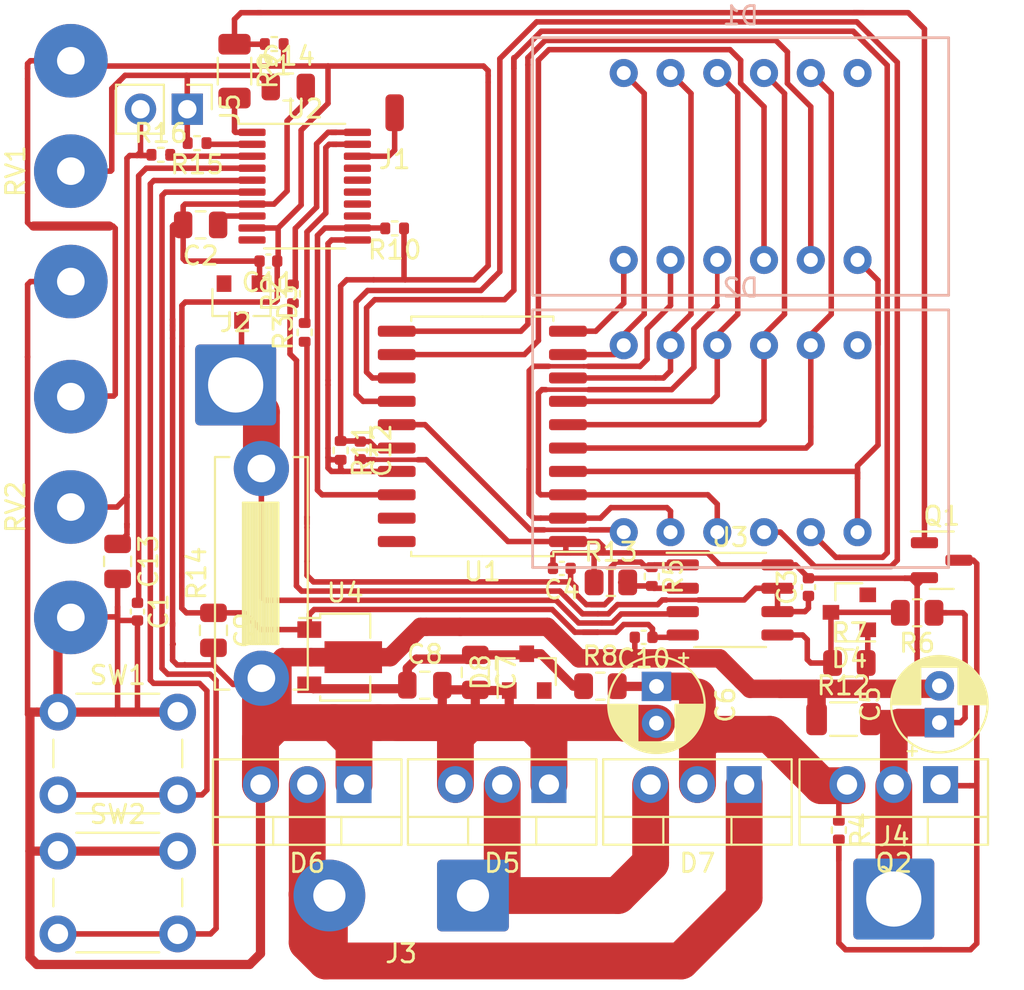
<source format=kicad_pcb>
(kicad_pcb (version 20171130) (host pcbnew 5.99.0+really5.1.10+dfsg1-1)
  (title_block (title "PWM regulator for power supply") (date 2022-02-11) (comment 2 "Mikhail Belkin (+79609615427, dltech174@gmail.com)"))
  (layers (0 F.Cu signal) (31 B.Cu signal) (34 B.Paste user) (35 F.Paste user) (36 B.SilkS user) (37 F.SilkS user) (38 B.Mask user) (39 F.Mask user) (44 Edge.Cuts user))
  (net 0 "")
  (net 1 GND)
  (net 2 "Net-(C1-Pad1)")
  (net 3 "Net-(C2-Pad1)")
  (net 4 "Net-(C3-Pad1)")
  (net 5 "Net-(C4-Pad1)")
  (net 6 -VSW)
  (net 7 +VSW)
  (net 8 +24V)
  (net 9 "Net-(C7-Pad1)")
  (net 10 +3V3)
  (net 11 "Net-(D1-Pad5)")
  (net 12 "Net-(D1-Pad4)")
  (net 13 "Net-(D1-Pad3)")
  (net 14 "Net-(D1-Pad2)")
  (net 15 "Net-(D1-Pad1)")
  (net 16 "Net-(D1-Pad12)")
  (net 17 "Net-(D1-Pad11)")
  (net 18 "Net-(D1-Pad10)")
  (net 19 "Net-(D1-Pad7)")
  (net 20 "Net-(D1-Pad8)")
  (net 21 "Net-(D1-Pad9)")
  (net 22 "Net-(D2-Pad12)")
  (net 23 "Net-(D2-Pad8)")
  (net 24 "Net-(D2-Pad9)")
  (net 25 "Net-(D4-Pad1)")
  (net 26 "Net-(J1-Pad1)")
  (net 27 "Net-(Q1-Pad3)")
  (net 28 "Net-(Q1-Pad1)")
  (net 29 "Net-(R2-Pad2)")
  (net 30 "Net-(R3-Pad2)")
  (net 31 "Net-(SW1-Pad2)")
  (net 32 "Net-(SW2-Pad2)")
  (net 33 "Net-(U1-Pad20)")
  (net 34 "Net-(U1-Pad19)")
  (net 35 "Net-(U2-Pad15)")
  (net 36 "Net-(U2-Pad14)")
  (net 37 "Net-(U2-Pad13)")
  (net 38 "Net-(U2-Pad10)")
  (net 39 "Net-(D5-Pad2)")
  (net 40 "Net-(D6-Pad2)")
  (net 41 "Net-(R9-Pad2)")
  (net 42 "Net-(C13-Pad1)")
  (net 43 "Net-(C14-Pad1)")
  (net 44 "Net-(R10-Pad2)")
  (net 45 "Net-(R11-Pad2)")
  (net 46 "Net-(R13-Pad2)")
  (net 47 "Net-(U2-Pad17)")
  (net 48 "Net-(U2-Pad16)")
  (net 49 "Net-(R15-Pad1)")
  (net 50 "Net-(R16-Pad2)")
  (module Resistor_SMD:R_0402_1005Metric (layer F.Cu) (at 191.1985 57.023)
    (fp_text reference R16 (at 0 -1.17) (layer F.SilkS))
    (fp_text value 75)
    (pad 2 smd roundrect (at 0.51 0) (size 0.54 0.64) (layers F.Cu F.Paste F.Mask) (net 50 "Net-(R16-Pad2)"))
    (pad 1 smd roundrect (at -0.51 0) (size 0.54 0.64) (layers F.Cu F.Paste F.Mask) (net 42 "Net-(C13-Pad1)"))
  )
  (module Resistor_SMD:R_0402_1005Metric (layer F.Cu) (at 193.167 56.388 180)
    (fp_text reference R15 (at 0 -1.17) (layer F.SilkS))
    (fp_text value 75)
    (pad 2 smd roundrect (at 0.51 0 180) (size 0.54 0.64) (layers F.Cu F.Paste F.Mask) (net 43 "Net-(C14-Pad1)"))
    (pad 1 smd roundrect (at -0.51 0 180) (size 0.54 0.64) (layers F.Cu F.Paste F.Mask) (net 49 "Net-(R15-Pad1)"))
  )
  (module Capacitor_SMD:C_0402_1005Metric (layer F.Cu) (at 212.979 79.502 180)
    (fp_text reference C4 (at 0 -1.16) (layer F.SilkS))
    (fp_text value 0.1uF)
    (pad 2 smd roundrect (at 0.48 0 180) (size 0.56 0.62) (layers F.Cu F.Paste F.Mask) (net 1 GND))
    (pad 1 smd roundrect (at -0.48 0 180) (size 0.56 0.62) (layers F.Cu F.Paste F.Mask) (net 5 "Net-(C4-Pad1)"))
  )
  (module Resistor_SMD:R_1206_3216Metric (layer F.Cu) (at 228.2825 87.6935)
    (fp_text reference R12 (at 0 -1.82) (layer F.SilkS))
    (fp_text value 10k)
    (pad 2 smd roundrect (at 1.4625 0) (size 1.125 1.75) (layers F.Cu F.Paste F.Mask) (roundrect_rratio 0.222222) (net 7 +VSW))
    (pad 1 smd roundrect (at -1.4625 0) (size 1.125 1.75) (layers F.Cu F.Paste F.Mask) (roundrect_rratio 0.222222) (net 1 GND))
  )
  (module Resistor_THT:R_Bare_Metal_Element_L12.4mm_W4.8mm_P11.40mm (layer F.Cu) (at 196.6595 85.471 90)
    (fp_text reference R14 (at 5.7 -3.52 90) (layer F.SilkS))
    (fp_text value 0.01R)
    (pad 2 thru_hole oval (at 11.4 0 90) (size 3 3) (drill 1.5) (layers *.Cu *.Mask) (net 6 -VSW))
    (pad 1 thru_hole circle (at 0 0 90) (size 3 3) (drill 1.5) (layers *.Cu *.Mask) (net 1 GND))
  )
  (module Resistor_SMD:R_0805_2012Metric (layer F.Cu) (at 215.646 80.264)
    (fp_text reference R13 (at 0 -1.65) (layer F.SilkS))
    (fp_text value 5.1k)
    (pad 2 smd roundrect (at 0.9125 0) (size 1.025 1.4) (layers F.Cu F.Paste F.Mask) (roundrect_rratio 0.243902) (net 46 "Net-(R13-Pad2)"))
    (pad 1 smd roundrect (at -0.9125 0) (size 1.025 1.4) (layers F.Cu F.Paste F.Mask) (roundrect_rratio 0.243902) (net 1 GND))
  )
  (module Resistor_SMD:R_0402_1005Metric (layer F.Cu) (at 217.8685 79.9465 270)
    (fp_text reference R5 (at 0 -1.17 90) (layer F.SilkS))
    (fp_text value 100k)
    (pad 2 smd roundrect (at 0.51 0 270) (size 0.54 0.64) (layers F.Cu F.Paste F.Mask) (net 46 "Net-(R13-Pad2)"))
    (pad 1 smd roundrect (at -0.51 0 270) (size 0.54 0.64) (layers F.Cu F.Paste F.Mask) (net 5 "Net-(C4-Pad1)"))
  )
  (module Capacitor_SMD:C_0402_1005Metric (layer F.Cu) (at 202.0316 73.0885 270)
    (fp_text reference C12 (at 0 -1.16 90) (layer F.SilkS))
    (fp_text value 0.1uF)
    (pad 2 smd roundrect (at 0.48 0 270) (size 0.56 0.62) (layers F.Cu F.Paste F.Mask) (net 1 GND))
    (pad 1 smd roundrect (at -0.48 0 270) (size 0.56 0.62) (layers F.Cu F.Paste F.Mask) (net 10 +3V3))
  )
  (module Capacitor_SMD:C_0402_1005Metric (layer F.Cu) (at 197.0405 62.8015 180)
    (fp_text reference C11 (at 0 -1.16) (layer F.SilkS))
    (fp_text value 0.1uF)
    (pad 2 smd roundrect (at 0.48 0 180) (size 0.56 0.62) (layers F.Cu F.Paste F.Mask) (net 1 GND))
    (pad 1 smd roundrect (at -0.48 0 180) (size 0.56 0.62) (layers F.Cu F.Paste F.Mask) (net 10 +3V3))
  )
  (module Capacitor_SMD:C_0402_1005Metric (layer F.Cu) (at 217.424 83.2485 180)
    (fp_text reference C10 (at 0 -1.16) (layer F.SilkS))
    (fp_text value 0.1uF)
    (pad 2 smd roundrect (at 0.48 0 180) (size 0.56 0.62) (layers F.Cu F.Paste F.Mask) (net 1 GND))
    (pad 1 smd roundrect (at -0.48 0 180) (size 0.56 0.62) (layers F.Cu F.Paste F.Mask) (net 10 +3V3))
  )
  (module Capacitor_SMD:C_0402_1005Metric (layer F.Cu) (at 226.3775 80.518 90)
    (fp_text reference C3 (at 0 -1.16 90) (layer F.SilkS))
    (fp_text value 0.1uF)
    (pad 2 smd roundrect (at 0.48 0 90) (size 0.56 0.62) (layers F.Cu F.Paste F.Mask) (net 1 GND))
    (pad 1 smd roundrect (at -0.48 0 90) (size 0.56 0.62) (layers F.Cu F.Paste F.Mask) (net 4 "Net-(C3-Pad1)"))
  )
  (module Capacitor_SMD:C_0402_1005Metric (layer F.Cu) (at 189.9285 81.8515 270)
    (fp_text reference C1 (at 0 -1.16 90) (layer F.SilkS))
    (fp_text value 0.1uF)
    (pad 2 smd roundrect (at 0.48 0 270) (size 0.56 0.62) (layers F.Cu F.Paste F.Mask) (net 1 GND))
    (pad 1 smd roundrect (at -0.48 0 270) (size 0.56 0.62) (layers F.Cu F.Paste F.Mask) (net 2 "Net-(C1-Pad1)"))
  )
  (module Package_SO:TSSOP-20_4.4x6.5mm_P0.65mm (layer F.Cu) (at 199.014 58.7265)
    (fp_text reference U2 (at 0 -4.2) (layer F.SilkS))
    (fp_text value STM8S003F3P)
    (pad 20 smd roundrect (at 2.8625 -2.925) (size 1.475 0.4) (layers F.Cu F.Paste F.Mask) (net 29 "Net-(R2-Pad2)"))
    (pad 19 smd roundrect (at 2.8625 -2.275) (size 1.475 0.4) (layers F.Cu F.Paste F.Mask) (net 30 "Net-(R3-Pad2)"))
    (pad 18 smd roundrect (at 2.8625 -1.625) (size 1.475 0.4) (layers F.Cu F.Paste F.Mask) (net 26 "Net-(J1-Pad1)"))
    (pad 17 smd roundrect (at 2.8625 -0.975) (size 1.475 0.4) (layers F.Cu F.Paste F.Mask) (net 47 "Net-(U2-Pad17)"))
    (pad 16 smd roundrect (at 2.8625 -0.325) (size 1.475 0.4) (layers F.Cu F.Paste F.Mask) (net 48 "Net-(U2-Pad16)"))
    (pad 15 smd roundrect (at 2.8625 0.325) (size 1.475 0.4) (layers F.Cu F.Paste F.Mask) (net 35 "Net-(U2-Pad15)"))
    (pad 14 smd roundrect (at 2.8625 0.975) (size 1.475 0.4) (layers F.Cu F.Paste F.Mask) (net 36 "Net-(U2-Pad14)"))
    (pad 13 smd roundrect (at 2.8625 1.625) (size 1.475 0.4) (layers F.Cu F.Paste F.Mask) (net 37 "Net-(U2-Pad13)"))
    (pad 12 smd roundrect (at 2.8625 2.275) (size 1.475 0.4) (layers F.Cu F.Paste F.Mask) (net 44 "Net-(R10-Pad2)"))
    (pad 11 smd roundrect (at 2.8625 2.925) (size 1.475 0.4) (layers F.Cu F.Paste F.Mask) (net 45 "Net-(R11-Pad2)"))
    (pad 10 smd roundrect (at -2.8625 2.925) (size 1.475 0.4) (layers F.Cu F.Paste F.Mask) (net 38 "Net-(U2-Pad10)"))
    (pad 9 smd roundrect (at -2.8625 2.275) (size 1.475 0.4) (layers F.Cu F.Paste F.Mask) (net 10 +3V3))
    (pad 8 smd roundrect (at -2.8625 1.625) (size 1.475 0.4) (layers F.Cu F.Paste F.Mask) (net 3 "Net-(C2-Pad1)"))
    (pad 7 smd roundrect (at -2.8625 0.975) (size 1.475 0.4) (layers F.Cu F.Paste F.Mask) (net 1 GND))
    (pad 6 smd roundrect (at -2.8625 0.325) (size 1.475 0.4) (layers F.Cu F.Paste F.Mask) (net 32 "Net-(SW2-Pad2)"))
    (pad 5 smd roundrect (at -2.8625 -0.325) (size 1.475 0.4) (layers F.Cu F.Paste F.Mask) (net 31 "Net-(SW1-Pad2)"))
    (pad 4 smd roundrect (at -2.8625 -0.975) (size 1.475 0.4) (layers F.Cu F.Paste F.Mask) (net 2 "Net-(C1-Pad1)"))
    (pad 3 smd roundrect (at -2.8625 -1.625) (size 1.475 0.4) (layers F.Cu F.Paste F.Mask) (net 50 "Net-(R16-Pad2)"))
    (pad 2 smd roundrect (at -2.8625 -2.275) (size 1.475 0.4) (layers F.Cu F.Paste F.Mask) (net 49 "Net-(R15-Pad1)"))
    (pad 1 smd roundrect (at -2.8625 -2.925) (size 1.475 0.4) (layers F.Cu F.Paste F.Mask) (net 41 "Net-(R9-Pad2)"))
  )
  (module Package_SO:SO-8_3.9x4.9mm_P1.27mm (layer F.Cu) (at 222.123 81.2165)
    (fp_text reference U3 (at 0 -3.4) (layer F.SilkS))
    (fp_text value LM358)
    (pad 8 smd roundrect (at 2.575 -1.905) (size 1.75 0.6) (layers F.Cu F.Paste F.Mask) (net 1 GND))
    (pad 7 smd roundrect (at 2.575 -0.635) (size 1.75 0.6) (layers F.Cu F.Paste F.Mask) (net 4 "Net-(C3-Pad1)"))
    (pad 6 smd roundrect (at 2.575 0.635) (size 1.75 0.6) (layers F.Cu F.Paste F.Mask) (net 4 "Net-(C3-Pad1)"))
    (pad 5 smd roundrect (at 2.575 1.905) (size 1.75 0.6) (layers F.Cu F.Paste F.Mask) (net 25 "Net-(D4-Pad1)"))
    (pad 4 smd roundrect (at -2.575 1.905) (size 1.75 0.6) (layers F.Cu F.Paste F.Mask) (net 10 +3V3))
    (pad 3 smd roundrect (at -2.575 0.635) (size 1.75 0.6) (layers F.Cu F.Paste F.Mask) (net 6 -VSW))
    (pad 2 smd roundrect (at -2.575 -0.635) (size 1.75 0.6) (layers F.Cu F.Paste F.Mask) (net 46 "Net-(R13-Pad2)"))
    (pad 1 smd roundrect (at -2.575 -1.905) (size 1.75 0.6) (layers F.Cu F.Paste F.Mask) (net 5 "Net-(C4-Pad1)"))
  )
  (module Connector_PinHeader_2.54mm:PinHeader_1x02_P2.54mm_Vertical (layer F.Cu) (at 192.6336 54.5465 270)
    (fp_text reference J5 (at 0 -2.33 90) (layer F.SilkS))
    (fp_text value uart)
    (pad 2 thru_hole oval (at 0 2.54 270) (size 1.7 1.7) (drill 1) (layers *.Cu *.Mask) (net 42 "Net-(C13-Pad1)"))
    (pad 1 thru_hole rect (at 0 0 270) (size 1.7 1.7) (drill 1) (layers *.Cu *.Mask) (net 43 "Net-(C14-Pad1)"))
  )
  (module Resistor_SMD:R_0402_1005Metric (layer F.Cu) (at 200.9648 73.0885 270)
    (fp_text reference R11 (at 0 -1.17 90) (layer F.SilkS))
    (fp_text value 100k)
    (pad 2 smd roundrect (at 0.51 0 270) (size 0.54 0.64) (layers F.Cu F.Paste F.Mask) (net 45 "Net-(R11-Pad2)"))
    (pad 1 smd roundrect (at -0.51 0 270) (size 0.54 0.64) (layers F.Cu F.Paste F.Mask) (net 10 +3V3))
  )
  (module Resistor_SMD:R_0402_1005Metric (layer F.Cu) (at 203.8985 61.0235 180)
    (fp_text reference R10 (at 0 -1.17) (layer F.SilkS))
    (fp_text value 100k)
    (pad 2 smd roundrect (at 0.51 0 180) (size 0.54 0.64) (layers F.Cu F.Paste F.Mask) (net 44 "Net-(R10-Pad2)"))
    (pad 1 smd roundrect (at -0.51 0 180) (size 0.54 0.64) (layers F.Cu F.Paste F.Mask) (net 10 +3V3))
  )
  (module Capacitor_SMD:C_0805_2012Metric (layer F.Cu) (at 198.12 53.34)
    (fp_text reference C14 (at 0 -1.68) (layer F.SilkS))
    (fp_text value 1uF)
    (pad 2 smd roundrect (at 0.95 0) (size 1 1.45) (layers F.Cu F.Paste F.Mask) (net 1 GND))
    (pad 1 smd roundrect (at -0.95 0) (size 1 1.45) (layers F.Cu F.Paste F.Mask) (net 43 "Net-(C14-Pad1)"))
  )
  (module Capacitor_SMD:C_0805_2012Metric (layer F.Cu) (at 188.849 79.121 270)
    (fp_text reference C13 (at 0 -1.68 90) (layer F.SilkS))
    (fp_text value 1uF)
    (pad 2 smd roundrect (at 0.95 0 270) (size 1 1.45) (layers F.Cu F.Paste F.Mask) (net 1 GND))
    (pad 1 smd roundrect (at -0.95 0 270) (size 1 1.45) (layers F.Cu F.Paste F.Mask) (net 42 "Net-(C13-Pad1)"))
  )
  (module Connector_Wire:SolderWire-2.5sqmm_1x01_D2.4mm_OD4.4mm (layer F.Cu) (at 231.013 97.4725)
    (fp_text reference J4 (at 0 -3.4) (layer F.SilkS))
    (fp_text value output+)
    (pad 1 thru_hole roundrect (at 0 0) (size 4.4 4.4) (drill 3) (layers *.Cu *.Mask) (roundrect_rratio 0.05681795454545455) (net 7 +VSW))
  )
  (module Connector_Wire:SolderWire-2.5sqmm_1x01_D2.4mm_OD4.4mm (layer F.Cu) (at 195.2625 69.5325)
    (fp_text reference J2 (at 0 -3.4) (layer F.SilkS))
    (fp_text value "output -")
    (pad 1 thru_hole roundrect (at 0 0) (size 4.4 4.4) (drill 3) (layers *.Cu *.Mask) (roundrect_rratio 0.05681795454545455) (net 6 -VSW))
  )
  (module Diode_SMD:D_SOT-23_ANK (layer F.Cu) (at 211.074 85.1408 90)
    (fp_text reference D8 (at 0 -2.5 90) (layer F.SilkS))
    (fp_text value PESD1CAN)
    (pad 1 smd rect (at 1 0 90) (size 0.9 0.8) (layers F.Cu F.Paste F.Mask) (net 9 "Net-(C7-Pad1)"))
    (pad "" smd rect (at -1 0.95 90) (size 0.9 0.8) (layers F.Cu F.Paste F.Mask))
    (pad 2 smd rect (at -1 -0.95 90) (size 0.9 0.8) (layers F.Cu F.Paste F.Mask) (net 1 GND))
  )
  (module Diode_SMD:D_SOT-23_ANK (layer F.Cu) (at 228.6 81.8896 180)
    (fp_text reference D4 (at 0 -2.5) (layer F.SilkS))
    (fp_text value BZX84C5V6)
    (pad 1 smd rect (at 1 0 180) (size 0.9 0.8) (layers F.Cu F.Paste F.Mask) (net 25 "Net-(D4-Pad1)"))
    (pad "" smd rect (at -1 0.95 180) (size 0.9 0.8) (layers F.Cu F.Paste F.Mask))
    (pad 2 smd rect (at -1 -0.95 180) (size 0.9 0.8) (layers F.Cu F.Paste F.Mask) (net 1 GND))
  )
  (module Diode_SMD:D_SOT-23_ANK (layer F.Cu) (at 195.58 65.024 270)
    (fp_text reference D3 (at 0 -2.5 90) (layer F.SilkS))
    (fp_text value BZX84C5V6)
    (pad 1 smd rect (at 1 0 270) (size 0.9 0.8) (layers F.Cu F.Paste F.Mask) (net 6 -VSW))
    (pad "" smd rect (at -1 0.95 270) (size 0.9 0.8) (layers F.Cu F.Paste F.Mask))
    (pad 2 smd rect (at -1 -0.95 270) (size 0.9 0.8) (layers F.Cu F.Paste F.Mask) (net 1 GND))
  )
  (module pwm_module:FYT-3631 (layer B.Cu) (at 222.6945 57.658)
    (fp_text reference D1 (at 0 -8.2) (layer B.SilkS) (effects (justify mirror)))
    (fp_text value LED_3digit)
    (pad 6 thru_hole circle (at 6.35 -5.08) (size 1.524 1.524) (drill 0.762) (layers *.Cu *.Mask))
    (pad 5 thru_hole circle (at 3.81 -5.08) (size 1.524 1.524) (drill 0.762) (layers *.Cu *.Mask) (net 11 "Net-(D1-Pad5)"))
    (pad 4 thru_hole circle (at 1.27 -5.08) (size 1.524 1.524) (drill 0.762) (layers *.Cu *.Mask) (net 12 "Net-(D1-Pad4)"))
    (pad 3 thru_hole circle (at -1.27 -5.08) (size 1.524 1.524) (drill 0.762) (layers *.Cu *.Mask) (net 13 "Net-(D1-Pad3)"))
    (pad 2 thru_hole circle (at -3.81 -5.08) (size 1.524 1.524) (drill 0.762) (layers *.Cu *.Mask) (net 14 "Net-(D1-Pad2)"))
    (pad 1 thru_hole circle (at -6.35 -5.08) (size 1.524 1.524) (drill 0.762) (layers *.Cu *.Mask) (net 15 "Net-(D1-Pad1)"))
    (pad 12 thru_hole circle (at -6.35 5.08) (size 1.524 1.524) (drill 0.762) (layers *.Cu *.Mask) (net 16 "Net-(D1-Pad12)"))
    (pad 11 thru_hole circle (at -3.81 5.08) (size 1.524 1.524) (drill 0.762) (layers *.Cu *.Mask) (net 17 "Net-(D1-Pad11)"))
    (pad 10 thru_hole circle (at -1.27 5.08) (size 1.524 1.524) (drill 0.762) (layers *.Cu *.Mask) (net 18 "Net-(D1-Pad10)"))
    (pad 7 thru_hole circle (at 6.35 5.08) (size 1.524 1.524) (drill 0.762) (layers *.Cu *.Mask) (net 19 "Net-(D1-Pad7)"))
    (pad 8 thru_hole circle (at 3.81 5.08) (size 1.524 1.524) (drill 0.762) (layers *.Cu *.Mask) (net 20 "Net-(D1-Pad8)"))
    (pad 9 thru_hole circle (at 1.27 5.08) (size 1.524 1.524) (drill 0.762) (layers *.Cu *.Mask) (net 21 "Net-(D1-Pad9)"))
  )
  (module pwm_module:FYT-3631 (layer B.Cu) (at 222.6945 72.4535)
    (fp_text reference D2 (at 0 -8.2) (layer B.SilkS) (effects (justify mirror)))
    (fp_text value LED_3digit)
    (pad 6 thru_hole circle (at 6.35 -5.08) (size 1.524 1.524) (drill 0.762) (layers *.Cu *.Mask))
    (pad 5 thru_hole circle (at 3.81 -5.08) (size 1.524 1.524) (drill 0.762) (layers *.Cu *.Mask) (net 11 "Net-(D1-Pad5)"))
    (pad 4 thru_hole circle (at 1.27 -5.08) (size 1.524 1.524) (drill 0.762) (layers *.Cu *.Mask) (net 12 "Net-(D1-Pad4)"))
    (pad 3 thru_hole circle (at -1.27 -5.08) (size 1.524 1.524) (drill 0.762) (layers *.Cu *.Mask) (net 13 "Net-(D1-Pad3)"))
    (pad 2 thru_hole circle (at -3.81 -5.08) (size 1.524 1.524) (drill 0.762) (layers *.Cu *.Mask) (net 14 "Net-(D1-Pad2)"))
    (pad 1 thru_hole circle (at -6.35 -5.08) (size 1.524 1.524) (drill 0.762) (layers *.Cu *.Mask) (net 15 "Net-(D1-Pad1)"))
    (pad 12 thru_hole circle (at -6.35 5.08) (size 1.524 1.524) (drill 0.762) (layers *.Cu *.Mask) (net 22 "Net-(D2-Pad12)"))
    (pad 11 thru_hole circle (at -3.81 5.08) (size 1.524 1.524) (drill 0.762) (layers *.Cu *.Mask) (net 17 "Net-(D1-Pad11)"))
    (pad 10 thru_hole circle (at -1.27 5.08) (size 1.524 1.524) (drill 0.762) (layers *.Cu *.Mask) (net 18 "Net-(D1-Pad10)"))
    (pad 7 thru_hole circle (at 6.35 5.08) (size 1.524 1.524) (drill 0.762) (layers *.Cu *.Mask) (net 19 "Net-(D1-Pad7)"))
    (pad 8 thru_hole circle (at 3.81 5.08) (size 1.524 1.524) (drill 0.762) (layers *.Cu *.Mask) (net 23 "Net-(D2-Pad8)"))
    (pad 9 thru_hole circle (at 1.27 5.08) (size 1.524 1.524) (drill 0.762) (layers *.Cu *.Mask) (net 24 "Net-(D2-Pad9)"))
  )
  (module Resistor_SMD:R_1206_3216Metric (layer F.Cu) (at 195.199 52.4764 270)
    (fp_text reference R9 (at 0 -1.82 90) (layer F.SilkS))
    (fp_text value 75)
    (pad 2 smd roundrect (at 1.4625 0 270) (size 1.125 1.75) (layers F.Cu F.Paste F.Mask) (roundrect_rratio 0.2222204444444444) (net 41 "Net-(R9-Pad2)"))
    (pad 1 smd roundrect (at -1.4625 0 270) (size 1.125 1.75) (layers F.Cu F.Paste F.Mask) (roundrect_rratio 0.2222204444444444) (net 28 "Net-(Q1-Pad1)"))
  )
  (module Connector_Wire:SolderWire-1sqmm_1x02_P7.8mm_D1.4mm_OD3.9mm (layer F.Cu) (at 208.153 97.282 180)
    (fp_text reference J3 (at 3.9 -3.15) (layer F.SilkS))
    (fp_text value input)
    (pad 2 thru_hole circle (at 7.8 0 180) (size 3.9 3.9) (drill 1.75) (layers *.Cu *.Mask) (net 40 "Net-(D6-Pad2)"))
    (pad 1 thru_hole roundrect (at 0 0 180) (size 3.9 3.9) (drill 1.75) (layers *.Cu *.Mask) (roundrect_rratio 0.06410282051282051) (net 39 "Net-(D5-Pad2)"))
  )
  (module Package_TO_SOT_SMD:SOT-89-3 (layer F.Cu) (at 200.914 84.328)
    (fp_text reference U4 (at 0.3 -3.5) (layer F.SilkS))
    (fp_text value L78L33)
    (pad 2 smd custom (at -1.5625 0) (size 1.475 0.9) (layers F.Cu F.Paste F.Mask) (net 1 GND) (options (clearance outline) (anchor rect)) (primitives (gr_poly (pts (xy 0.7375 -0.8665) (xy 3.8625 -0.8665) (xy 3.8625 0.8665) (xy 0.7375 0.8665)) (width 0))))
    (pad 3 smd rect (at -1.65 1.5) (size 1.3 0.9) (layers F.Cu F.Paste F.Mask) (net 9 "Net-(C7-Pad1)"))
    (pad 1 smd rect (at -1.65 -1.5) (size 1.3 0.9) (layers F.Cu F.Paste F.Mask) (net 10 +3V3))
  )
  (module Package_SO:SOIC-20W_7.5x12.8mm_P1.27mm (layer F.Cu) (at 208.661 72.3265 180)
    (fp_text reference U1 (at 0 -7.35) (layer F.SilkS))
    (fp_text value TM1637)
    (pad 20 smd roundrect (at 4.65 -5.715 180) (size 2.05 0.6) (layers F.Cu F.Paste F.Mask) (net 33 "Net-(U1-Pad20)"))
    (pad 19 smd roundrect (at 4.65 -4.445 180) (size 2.05 0.6) (layers F.Cu F.Paste F.Mask) (net 34 "Net-(U1-Pad19)"))
    (pad 18 smd roundrect (at 4.65 -3.175 180) (size 2.05 0.6) (layers F.Cu F.Paste F.Mask) (net 44 "Net-(R10-Pad2)"))
    (pad 17 smd roundrect (at 4.65 -1.905 180) (size 2.05 0.6) (layers F.Cu F.Paste F.Mask) (net 45 "Net-(R11-Pad2)"))
    (pad 16 smd roundrect (at 4.65 -0.635 180) (size 2.05 0.6) (layers F.Cu F.Paste F.Mask) (net 10 +3V3))
    (pad 15 smd roundrect (at 4.65 0.635 180) (size 2.05 0.6) (layers F.Cu F.Paste F.Mask) (net 22 "Net-(D2-Pad12)"))
    (pad 14 smd roundrect (at 4.65 1.905 180) (size 2.05 0.6) (layers F.Cu F.Paste F.Mask) (net 24 "Net-(D2-Pad9)"))
    (pad 13 smd roundrect (at 4.65 3.175 180) (size 2.05 0.6) (layers F.Cu F.Paste F.Mask) (net 23 "Net-(D2-Pad8)"))
    (pad 12 smd roundrect (at 4.65 4.445 180) (size 2.05 0.6) (layers F.Cu F.Paste F.Mask) (net 21 "Net-(D1-Pad9)"))
    (pad 11 smd roundrect (at 4.65 5.715 180) (size 2.05 0.6) (layers F.Cu F.Paste F.Mask) (net 20 "Net-(D1-Pad8)"))
    (pad 10 smd roundrect (at -4.65 5.715 180) (size 2.05 0.6) (layers F.Cu F.Paste F.Mask) (net 16 "Net-(D1-Pad12)"))
    (pad 9 smd roundrect (at -4.65 4.445 180) (size 2.05 0.6) (layers F.Cu F.Paste F.Mask) (net 15 "Net-(D1-Pad1)"))
    (pad 8 smd roundrect (at -4.65 3.175 180) (size 2.05 0.6) (layers F.Cu F.Paste F.Mask) (net 14 "Net-(D1-Pad2)"))
    (pad 7 smd roundrect (at -4.65 1.905 180) (size 2.05 0.6) (layers F.Cu F.Paste F.Mask) (net 13 "Net-(D1-Pad3)"))
    (pad 6 smd roundrect (at -4.65 0.635 180) (size 2.05 0.6) (layers F.Cu F.Paste F.Mask) (net 12 "Net-(D1-Pad4)"))
    (pad 5 smd roundrect (at -4.65 -0.635 180) (size 2.05 0.6) (layers F.Cu F.Paste F.Mask) (net 11 "Net-(D1-Pad5)"))
    (pad 4 smd roundrect (at -4.65 -1.905 180) (size 2.05 0.6) (layers F.Cu F.Paste F.Mask) (net 19 "Net-(D1-Pad7)"))
    (pad 3 smd roundrect (at -4.65 -3.175 180) (size 2.05 0.6) (layers F.Cu F.Paste F.Mask) (net 18 "Net-(D1-Pad10)"))
    (pad 2 smd roundrect (at -4.65 -4.445 180) (size 2.05 0.6) (layers F.Cu F.Paste F.Mask) (net 17 "Net-(D1-Pad11)"))
    (pad 1 smd roundrect (at -4.65 -5.715 180) (size 2.05 0.6) (layers F.Cu F.Paste F.Mask) (net 1 GND))
  )
  (module Button_Switch_THT:SW_PUSH_6mm (layer F.Cu) (at 185.6105 94.869)
    (fp_text reference SW2 (at 3.25 -2) (layer F.SilkS))
    (fp_text value .)
    (pad 1 thru_hole circle (at 6.5 0 90) (size 2 2) (drill 1.1) (layers *.Cu *.Mask) (net 1 GND))
    (pad 2 thru_hole circle (at 6.5 4.5 90) (size 2 2) (drill 1.1) (layers *.Cu *.Mask) (net 32 "Net-(SW2-Pad2)"))
    (pad 1 thru_hole circle (at 0 0 90) (size 2 2) (drill 1.1) (layers *.Cu *.Mask) (net 1 GND))
    (pad 2 thru_hole circle (at 0 4.5 90) (size 2 2) (drill 1.1) (layers *.Cu *.Mask) (net 32 "Net-(SW2-Pad2)"))
  )
  (module Button_Switch_THT:SW_PUSH_6mm (layer F.Cu) (at 185.6105 87.3125)
    (fp_text reference SW1 (at 3.25 -2) (layer F.SilkS))
    (fp_text value .)
    (pad 1 thru_hole circle (at 6.5 0 90) (size 2 2) (drill 1.1) (layers *.Cu *.Mask) (net 1 GND))
    (pad 2 thru_hole circle (at 6.5 4.5 90) (size 2 2) (drill 1.1) (layers *.Cu *.Mask) (net 31 "Net-(SW1-Pad2)"))
    (pad 1 thru_hole circle (at 0 0 90) (size 2 2) (drill 1.1) (layers *.Cu *.Mask) (net 1 GND))
    (pad 2 thru_hole circle (at 0 4.5 90) (size 2 2) (drill 1.1) (layers *.Cu *.Mask) (net 31 "Net-(SW1-Pad2)"))
  )
  (module pwm_module:SP3-4 (layer F.Cu) (at 186.309 76.1675 270)
    (fp_text reference RV2 (at 0 3 90) (layer F.SilkS))
    (fp_text value .)
    (pad 3 thru_hole circle (at -6 0 270) (size 4 4) (drill 1.5) (layers *.Cu *.Mask) (net 10 +3V3))
    (pad 2 thru_hole circle (at 0 0 270) (size 4 4) (drill 1.5) (layers *.Cu *.Mask) (net 42 "Net-(C13-Pad1)"))
    (pad 1 thru_hole circle (at 6 0 270) (size 4 4) (drill 1.5) (layers *.Cu *.Mask) (net 1 GND))
  )
  (module pwm_module:SP3-4 (layer F.Cu) (at 186.309 57.912 270)
    (fp_text reference RV1 (at 0 3 90) (layer F.SilkS))
    (fp_text value .)
    (pad 3 thru_hole circle (at -6 0 270) (size 4 4) (drill 1.5) (layers *.Cu *.Mask) (net 10 +3V3))
    (pad 2 thru_hole circle (at 0 0 270) (size 4 4) (drill 1.5) (layers *.Cu *.Mask) (net 43 "Net-(C14-Pad1)"))
    (pad 1 thru_hole circle (at 6 0 270) (size 4 4) (drill 1.5) (layers *.Cu *.Mask) (net 1 GND))
  )
  (module Resistor_SMD:R_0805_2012Metric (layer F.Cu) (at 215.0745 85.9028)
    (fp_text reference R8 (at 0 -1.65) (layer F.SilkS))
    (fp_text value 10R)
    (pad 2 smd roundrect (at 0.9125 0) (size 1.025 1.4) (layers F.Cu F.Paste F.Mask) (roundrect_rratio 0.2439004878048781) (net 8 +24V))
    (pad 1 smd roundrect (at -0.9125 0) (size 1.025 1.4) (layers F.Cu F.Paste F.Mask) (roundrect_rratio 0.2439004878048781) (net 9 "Net-(C7-Pad1)"))
  )
  (module Resistor_SMD:R_0805_2012Metric (layer F.Cu) (at 228.6 84.6455)
    (fp_text reference R7 (at 0 -1.65) (layer F.SilkS))
    (fp_text value 10k)
    (pad 2 smd roundrect (at 0.9125 0) (size 1.025 1.4) (layers F.Cu F.Paste F.Mask) (roundrect_rratio 0.2439004878048781) (net 1 GND))
    (pad 1 smd roundrect (at -0.9125 0) (size 1.025 1.4) (layers F.Cu F.Paste F.Mask) (roundrect_rratio 0.2439004878048781) (net 25 "Net-(D4-Pad1)"))
  )
  (module Resistor_SMD:R_0805_2012Metric (layer F.Cu) (at 232.283 81.915 180)
    (fp_text reference R6 (at 0 -1.65) (layer F.SilkS))
    (fp_text value 100k)
    (pad 2 smd roundrect (at 0.9125 0 180) (size 1.025 1.4) (layers F.Cu F.Paste F.Mask) (roundrect_rratio 0.2439004878048781) (net 25 "Net-(D4-Pad1)"))
    (pad 1 smd roundrect (at -0.9125 0 180) (size 1.025 1.4) (layers F.Cu F.Paste F.Mask) (roundrect_rratio 0.2439004878048781) (net 7 +VSW))
  )
  (module Resistor_SMD:R_0402_1005Metric (layer F.Cu) (at 228.0285 93.726 270)
    (fp_text reference R4 (at 0 -1.17 90) (layer F.SilkS))
    (fp_text value 100k)
    (pad 2 smd roundrect (at 0.51 0 270) (size 0.54 0.64) (layers F.Cu F.Paste F.Mask) (net 27 "Net-(Q1-Pad3)"))
    (pad 1 smd roundrect (at -0.51 0 270) (size 0.54 0.64) (layers F.Cu F.Paste F.Mask) (net 8 +24V))
  )
  (module Resistor_SMD:R_0402_1005Metric (layer F.Cu) (at 199.009 66.675 90)
    (fp_text reference R3 (at 0 -1.17 90) (layer F.SilkS))
    (fp_text value 75)
    (pad 2 smd roundrect (at 0.51 0 90) (size 0.54 0.64) (layers F.Cu F.Paste F.Mask) (net 30 "Net-(R3-Pad2)"))
    (pad 1 smd roundrect (at -0.51 0 90) (size 0.54 0.64) (layers F.Cu F.Paste F.Mask) (net 5 "Net-(C4-Pad1)"))
  )
  (module Resistor_SMD:R_0402_1005Metric (layer F.Cu) (at 198.374 64.5795 90)
    (fp_text reference R2 (at 0 -1.17 90) (layer F.SilkS))
    (fp_text value 75)
    (pad 2 smd roundrect (at 0.51 0 90) (size 0.54 0.64) (layers F.Cu F.Paste F.Mask) (net 29 "Net-(R2-Pad2)"))
    (pad 1 smd roundrect (at -0.51 0 90) (size 0.54 0.64) (layers F.Cu F.Paste F.Mask) (net 4 "Net-(C3-Pad1)"))
  )
  (module Resistor_SMD:R_0402_1005Metric (layer F.Cu) (at 197.358 51.0032 180)
    (fp_text reference R1 (at 0 -1.17) (layer F.SilkS))
    (fp_text value 100k)
    (pad 2 smd roundrect (at 0.51 0 180) (size 0.54 0.64) (layers F.Cu F.Paste F.Mask) (net 28 "Net-(Q1-Pad1)"))
    (pad 1 smd roundrect (at -0.51 0 180) (size 0.54 0.64) (layers F.Cu F.Paste F.Mask) (net 10 +3V3))
  )
  (module Package_TO_SOT_THT:TO-220-3_Vertical (layer F.Cu) (at 233.553 91.2495 180)
    (fp_text reference Q2 (at 2.54 -4.27) (layer F.SilkS))
    (fp_text value IRFZ44N)
    (pad 3 thru_hole oval (at 5.08 0 180) (size 1.905 2) (drill 1.1) (layers *.Cu *.Mask) (net 8 +24V))
    (pad 2 thru_hole oval (at 2.54 0 180) (size 1.905 2) (drill 1.1) (layers *.Cu *.Mask) (net 7 +VSW))
    (pad 1 thru_hole rect (at 0 0 180) (size 1.905 2) (drill 1.1) (layers *.Cu *.Mask) (net 27 "Net-(Q1-Pad3)"))
  )
  (module Package_TO_SOT_SMD:SOT-23 (layer F.Cu) (at 233.6165 79.0575)
    (fp_text reference Q1 (at 0 -2.4) (layer F.SilkS))
    (fp_text value AO3400)
    (pad 3 smd roundrect (at 0.9375 0) (size 1.475 0.6) (layers F.Cu F.Paste F.Mask) (net 27 "Net-(Q1-Pad3)"))
    (pad 2 smd roundrect (at -0.9375 0.95) (size 1.475 0.6) (layers F.Cu F.Paste F.Mask) (net 1 GND))
    (pad 1 smd roundrect (at -0.9375 -0.95) (size 1.475 0.6) (layers F.Cu F.Paste F.Mask) (net 28 "Net-(Q1-Pad1)"))
  )
  (module Connector_Wire:SolderWirePad_1x01_SMD_1x2mm (layer F.Cu) (at 203.8985 54.737 180)
    (fp_text reference J1 (at 0 -2.54) (layer F.SilkS))
    (fp_text value SWIMM)
    (pad 1 smd roundrect (at 0 0 180) (size 1 2) (layers F.Cu F.Paste F.Mask) (net 26 "Net-(J1-Pad1)"))
  )
  (module Package_TO_SOT_THT:TO-220-3_Vertical (layer F.Cu) (at 222.885 91.2495 180)
    (fp_text reference D7 (at 2.54 -4.27) (layer F.SilkS))
    (fp_text value .)
    (pad 3 thru_hole oval (at 5.08 0 180) (size 1.905 2) (drill 1.1) (layers *.Cu *.Mask) (net 39 "Net-(D5-Pad2)"))
    (pad 2 thru_hole oval (at 2.54 0 180) (size 1.905 2) (drill 1.1) (layers *.Cu *.Mask) (net 8 +24V))
    (pad 1 thru_hole rect (at 0 0 180) (size 1.905 2) (drill 1.1) (layers *.Cu *.Mask) (net 40 "Net-(D6-Pad2)"))
  )
  (module Package_TO_SOT_THT:TO-220-3_Vertical (layer F.Cu) (at 201.691 91.254 180)
    (fp_text reference D6 (at 2.54 -4.27) (layer F.SilkS))
    (fp_text value .)
    (pad 3 thru_hole oval (at 5.08 0 180) (size 1.905 2) (drill 1.1) (layers *.Cu *.Mask) (net 1 GND))
    (pad 2 thru_hole oval (at 2.54 0 180) (size 1.905 2) (drill 1.1) (layers *.Cu *.Mask) (net 40 "Net-(D6-Pad2)"))
    (pad 1 thru_hole rect (at 0 0 180) (size 1.905 2) (drill 1.1) (layers *.Cu *.Mask) (net 1 GND))
  )
  (module Package_TO_SOT_THT:TO-220-3_Vertical (layer F.Cu) (at 212.2805 91.2495 180)
    (fp_text reference D5 (at 2.54 -4.27) (layer F.SilkS))
    (fp_text value .)
    (pad 3 thru_hole oval (at 5.08 0 180) (size 1.905 2) (drill 1.1) (layers *.Cu *.Mask) (net 1 GND))
    (pad 2 thru_hole oval (at 2.54 0 180) (size 1.905 2) (drill 1.1) (layers *.Cu *.Mask) (net 39 "Net-(D5-Pad2)"))
    (pad 1 thru_hole rect (at 0 0 180) (size 1.905 2) (drill 1.1) (layers *.Cu *.Mask) (net 1 GND))
  )
  (module Capacitor_SMD:C_0805_2012Metric (layer F.Cu) (at 194.056 82.8675 270)
    (fp_text reference C9 (at 0 -1.68 90) (layer F.SilkS))
    (fp_text value 10uF)
    (pad 2 smd roundrect (at 0.95 0 270) (size 1 1.45) (layers F.Cu F.Paste F.Mask) (net 1 GND))
    (pad 1 smd roundrect (at -0.95 0 270) (size 1 1.45) (layers F.Cu F.Paste F.Mask) (net 10 +3V3))
  )
  (module Capacitor_SMD:C_0805_2012Metric (layer F.Cu) (at 205.5368 85.852)
    (fp_text reference C8 (at 0 -1.68) (layer F.SilkS))
    (fp_text value 0.1uF)
    (pad 2 smd roundrect (at 0.95 0) (size 1 1.45) (layers F.Cu F.Paste F.Mask) (net 1 GND))
    (pad 1 smd roundrect (at -0.95 0) (size 1 1.45) (layers F.Cu F.Paste F.Mask) (net 9 "Net-(C7-Pad1)"))
  )
  (module Capacitor_SMD:C_0805_2012Metric (layer F.Cu) (at 208.28 85.1535 270)
    (fp_text reference C7 (at 0 -1.68 90) (layer F.SilkS))
    (fp_text value 10uF)
    (pad 2 smd roundrect (at 0.95 0 270) (size 1 1.45) (layers F.Cu F.Paste F.Mask) (net 1 GND))
    (pad 1 smd roundrect (at -0.95 0 270) (size 1 1.45) (layers F.Cu F.Paste F.Mask) (net 9 "Net-(C7-Pad1)"))
  )
  (module Capacitor_THT:CP_Radial_D5.0mm_P2.00mm (layer F.Cu) (at 218.1225 85.9155 270)
    (fp_text reference C6 (at 1 -3.75 90) (layer F.SilkS))
    (fp_text value 1000uF)
    (pad 2 thru_hole circle (at 2 0 270) (size 1.6 1.6) (drill 0.8) (layers *.Cu *.Mask) (net 1 GND))
    (pad 1 thru_hole rect (at 0 0 270) (size 1.6 1.6) (drill 0.8) (layers *.Cu *.Mask) (net 8 +24V))
  )
  (module Capacitor_THT:CP_Radial_D5.0mm_P2.00mm (layer F.Cu) (at 233.4895 87.884 90)
    (fp_text reference C5 (at 1 -3.75 90) (layer F.SilkS))
    (fp_text value 1000uF)
    (pad 2 thru_hole circle (at 2 0 90) (size 1.6 1.6) (drill 0.8) (layers *.Cu *.Mask) (net 1 GND))
    (pad 1 thru_hole rect (at 0 0 90) (size 1.6 1.6) (drill 0.8) (layers *.Cu *.Mask) (net 7 +VSW))
  )
  (module Capacitor_SMD:C_0805_2012Metric (layer F.Cu) (at 193.36 60.833 180)
    (fp_text reference C2 (at 0 -1.68) (layer F.SilkS))
    (fp_text value 1uF)
    (pad 2 smd roundrect (at 0.95 0 180) (size 1 1.45) (layers F.Cu F.Paste F.Mask) (net 1 GND))
    (pad 1 smd roundrect (at -0.95 0 180) (size 1 1.45) (layers F.Cu F.Paste F.Mask) (net 3 "Net-(C2-Pad1)"))
  )
  (segment (start 196.611 91.254) (end 196.611 88.758) (width 2) (layer F.Cu) (net 1))
  (segment (start 196.611 88.758) (end 197.485 87.884) (width 2) (layer F.Cu) (net 1))
  (segment (start 201.691 88.9785) (end 201.691 91.254) (width 2) (layer F.Cu) (net 1))
  (segment (start 200.5965 87.884) (end 201.691 88.9785) (width 2) (layer F.Cu) (net 1))
  (segment (start 212.2805 88.8365) (end 212.2805 91.2495) (width 2) (layer F.Cu) (net 1))
  (segment (start 211.328 87.884) (end 212.2805 88.8365) (width 2) (layer F.Cu) (net 1))
  (segment (start 207.2005 88.646) (end 207.9625 87.884) (width 2) (layer F.Cu) (net 1))
  (segment (start 207.2005 91.2495) (end 207.2005 88.646) (width 2) (layer F.Cu) (net 1))
  (segment (start 212.2805 91.2495) (end 212.2805 88.265) (width 1) (layer F.Cu) (net 1))
  (segment (start 185.6105 94.869) (end 192.1105 94.869) (width 0.5) (layer F.Cu) (net 1))
  (segment (start 195.7185 59.7015) (end 195.707 59.69) (width 0.3) (layer F.Cu) (net 1))
  (segment (start 196.1515 59.7015) (end 195.7185 59.7015) (width 0.3) (layer F.Cu) (net 1))
  (segment (start 185.6105 82.454) (end 185.928 82.1365) (width 0.5) (layer F.Cu) (net 1))
  (segment (start 185.6105 87.3125) (end 185.6105 82.454) (width 0.5) (layer F.Cu) (net 1))
  (segment (start 196.469 91.112) (end 196.611 91.254) (width 1) (layer F.Cu) (net 1))
  (segment (start 191.836 82.489) (end 191.836 82.616) (width 0.3) (layer F.Cu) (net 1))
  (segment (start 185.928 82.1365) (end 188.7545 82.1365) (width 0.3) (layer F.Cu) (net 1))
  (segment (start 197.612 87.884) (end 200.5965 87.884) (width 2) (layer F.Cu) (net 1))
  (segment (start 197.485 87.884) (end 197.612 87.884) (width 2) (layer F.Cu) (net 1))
  (segment (start 223.6495 85.9765) (end 223.393 86.233) (width 0.3) (layer F.Cu) (net 1))
  (segment (start 204.2312 87.6783) (end 204.0255 87.884) (width 0.3) (layer F.Cu) (net 1))
  (segment (start 202.311 87.1855) (end 203.0095 87.884) (width 0.3) (layer F.Cu) (net 1))
  (segment (start 203.0095 87.884) (end 204.0255 87.884) (width 2) (layer F.Cu) (net 1))
  (segment (start 200.5965 87.884) (end 203.0095 87.884) (width 2) (layer F.Cu) (net 1))
  (segment (start 200.279 87.5665) (end 200.5965 87.884) (width 0.3) (layer F.Cu) (net 1))
  (segment (start 196.596 88.743) (end 196.611 88.758) (width 0.3) (layer F.Cu) (net 1))
  (segment (start 191.836 66.99) (end 191.836 82.489) (width 0.3) (layer F.Cu) (net 1))
  (segment (start 205.1685 73.5965) (end 202.7809 73.5965) (width 0.25) (layer F.Cu) (net 1))
  (segment (start 196.1515 59.7015) (end 192.5205 59.7015) (width 0.3) (layer F.Cu) (net 1))
  (segment (start 192.41 59.812) (end 192.41 60.833) (width 0.3) (layer F.Cu) (net 1))
  (segment (start 192.5205 59.7015) (end 192.41 59.812) (width 0.3) (layer F.Cu) (net 1))
  (segment (start 191.836 65.974) (end 191.836 66.2965) (width 0.3) (layer F.Cu) (net 1))
  (segment (start 196.5605 62.8015) (end 192.532 62.8015) (width 0.3) (layer F.Cu) (net 1))
  (segment (start 191.836 65.979) (end 191.8335 65.9765) (width 0.3) (layer F.Cu) (net 1))
  (segment (start 191.836 66.5505) (end 191.836 65.979) (width 0.3) (layer F.Cu) (net 1))
  (segment (start 191.836 66.2965) (end 191.836 66.5505) (width 0.3) (layer F.Cu) (net 1))
  (segment (start 191.836 66.5505) (end 191.836 66.99) (width 0.3) (layer F.Cu) (net 1))
  (segment (start 191.8335 65.9765) (end 191.8335 60.8965) (width 0.3) (layer F.Cu) (net 1))
  (segment (start 191.897 60.833) (end 192.41 60.833) (width 0.3) (layer F.Cu) (net 1))
  (segment (start 191.8335 60.8965) (end 191.897 60.833) (width 0.3) (layer F.Cu) (net 1))
  (segment (start 188.849 82.042) (end 188.7545 82.1365) (width 0.3) (layer F.Cu) (net 1))
  (segment (start 183.958999 87.438999) (end 183.958999 68.009001) (width 0.3) (layer F.Cu) (net 1))
  (segment (start 184.15 87.63) (end 183.958999 87.438999) (width 0.3) (layer F.Cu) (net 1))
  (segment (start 183.958999 68.009001) (end 183.9595 68.0085) (width 0.3) (layer F.Cu) (net 1))
  (segment (start 183.9595 68.0085) (end 183.9595 64.0715) (width 0.3) (layer F.Cu) (net 1))
  (segment (start 184.119 63.912) (end 186.309 63.912) (width 0.3) (layer F.Cu) (net 1))
  (segment (start 183.9595 64.0715) (end 184.119 63.912) (width 0.3) (layer F.Cu) (net 1))
  (segment (start 196.611 100.442) (end 196.611 91.254) (width 0.5) (layer F.Cu) (net 1))
  (segment (start 184.4675 87.3125) (end 185.6105 87.3125) (width 0.5) (layer F.Cu) (net 1))
  (segment (start 196.0245 101.0285) (end 196.611 100.442) (width 0.5) (layer F.Cu) (net 1))
  (segment (start 184.4675 101.0285) (end 196.0245 101.0285) (width 0.5) (layer F.Cu) (net 1))
  (segment (start 184.4675 101.0285) (end 184.0865 100.6475) (width 0.5) (layer F.Cu) (net 1))
  (segment (start 184.15 87.3125) (end 184.4675 87.3125) (width 0.5) (layer F.Cu) (net 1))
  (segment (start 184.0865 87.376) (end 184.15 87.3125) (width 0.5) (layer F.Cu) (net 1))
  (segment (start 185.6105 94.869) (end 184.0865 94.869) (width 0.5) (layer F.Cu) (net 1))
  (segment (start 184.0865 94.869) (end 184.0865 87.376) (width 0.5) (layer F.Cu) (net 1))
  (segment (start 184.0865 100.6475) (end 184.0865 94.869) (width 0.5) (layer F.Cu) (net 1))
  (segment (start 204.216 87.6935) (end 204.0255 87.884) (width 0.5) (layer F.Cu) (net 1))
  (segment (start 206.248 87.5284) (end 206.6036 87.884) (width 0.5) (layer F.Cu) (net 1))
  (segment (start 206.6036 87.884) (end 207.9625 87.884) (width 2) (layer F.Cu) (net 1))
  (segment (start 207.9396 87.8611) (end 207.9625 87.884) (width 0.5) (layer F.Cu) (net 1))
  (segment (start 200.66 87.8205) (end 200.5965 87.884) (width 1.5) (layer F.Cu) (net 1))
  (segment (start 197.0532 87.4522) (end 197.485 87.884) (width 0.3) (layer F.Cu) (net 1))
  (segment (start 196.4205 88.5675) (end 196.611 88.758) (width 0.3) (layer F.Cu) (net 1))
  (segment (start 196.1515 88.2985) (end 196.4205 88.5675) (width 0.3) (layer F.Cu) (net 1))
  (segment (start 196.611 86.2327) (end 196.7992 86.0445) (width 2) (layer F.Cu) (net 1))
  (segment (start 196.611 91.254) (end 196.611 86.2327) (width 2) (layer F.Cu) (net 1))
  (segment (start 191.836 84.4956) (end 192.09078 84.75038) (width 0.3) (layer F.Cu) (net 1))
  (segment (start 191.8716 83.6168) (end 191.836 83.6524) (width 0.3) (layer F.Cu) (net 1))
  (segment (start 191.836 83.6524) (end 191.836 84.4956) (width 0.3) (layer F.Cu) (net 1))
  (segment (start 191.836 82.489) (end 191.836 83.6524) (width 0.3) (layer F.Cu) (net 1))
  (segment (start 192.4964 84.73076) (end 192.51602 84.75038) (width 0.3) (layer F.Cu) (net 1))
  (segment (start 192.51602 84.75038) (end 194.06382 84.75038) (width 0.3) (layer F.Cu) (net 1))
  (segment (start 192.09078 84.75038) (end 192.51602 84.75038) (width 0.3) (layer F.Cu) (net 1))
  (segment (start 196.8455 86.0908) (end 196.7992 86.0445) (width 0.5) (layer F.Cu) (net 1))
  (segment (start 214.0585 78.0415) (end 214.122 78.105) (width 0.3) (layer F.Cu) (net 1))
  (segment (start 213.311 78.0415) (end 214.9475 78.0415) (width 0.3) (layer F.Cu) (net 1))
  (segment (start 214.9475 78.0415) (end 215.21651 78.31051) (width 0.3) (layer F.Cu) (net 1))
  (segment (start 215.21651 78.31051) (end 215.21651 78.66149) (width 0.3) (layer F.Cu) (net 1))
  (segment (start 213.1975 78.155) (end 213.311 78.0415) (width 0.3) (layer F.Cu) (net 1))
  (segment (start 213.21049 78.66149) (end 213.1975 78.6485) (width 0.3) (layer F.Cu) (net 1))
  (segment (start 213.1975 78.6485) (end 213.1975 78.155) (width 0.3) (layer F.Cu) (net 1))
  (segment (start 205.1685 73.5965) (end 205.613 73.5965) (width 0.3) (layer F.Cu) (net 1))
  (segment (start 210.058 78.0415) (end 213.311 78.0415) (width 0.3) (layer F.Cu) (net 1))
  (segment (start 205.613 73.5965) (end 210.058 78.0415) (width 0.3) (layer F.Cu) (net 1))
  (segment (start 196.5605 63.9935) (end 196.53 64.024) (width 0.3) (layer F.Cu) (net 1))
  (segment (start 196.5605 62.8015) (end 196.5605 63.9935) (width 0.3) (layer F.Cu) (net 1))
  (segment (start 199.7696 84.606) (end 199.7456 84.582) (width 0.3) (layer F.Cu) (net 1))
  (segment (start 199.3515 84.328) (end 201.93 84.328) (width 0.5) (layer F.Cu) (net 1))
  (segment (start 199.3515 84.328) (end 202.184 84.328) (width 1) (layer F.Cu) (net 1))
  (segment (start 194.056 84.74256) (end 194.06382 84.75038) (width 0.3) (layer F.Cu) (net 1))
  (segment (start 194.056 83.8175) (end 194.056 84.74256) (width 0.3) (layer F.Cu) (net 1))
  (segment (start 197.8025 84.328) (end 196.6595 85.471) (width 1) (layer F.Cu) (net 1))
  (segment (start 199.3515 84.328) (end 197.8025 84.328) (width 1) (layer F.Cu) (net 1))
  (segment (start 197.8025 87.5665) (end 197.485 87.884) (width 1) (layer F.Cu) (net 1))
  (segment (start 197.8025 84.328) (end 197.8025 87.5665) (width 1) (layer F.Cu) (net 1))
  (segment (start 204.8256 87.2744) (end 204.216 87.884) (width 0.5) (layer F.Cu) (net 1))
  (segment (start 204.216 87.884) (end 206.6036 87.884) (width 2) (layer F.Cu) (net 1))
  (segment (start 204.0255 87.884) (end 204.216 87.884) (width 2) (layer F.Cu) (net 1))
  (segment (start 206.8576 87.63) (end 206.6036 87.884) (width 0.5) (layer F.Cu) (net 1))
  (segment (start 208.7016 87.1449) (end 207.9625 87.884) (width 0.5) (layer F.Cu) (net 1))
  (segment (start 192.41 62.6795) (end 192.532 62.8015) (width 0.3) (layer F.Cu) (net 1))
  (segment (start 192.41 60.833) (end 192.41 62.6795) (width 0.3) (layer F.Cu) (net 1))
  (segment (start 221.5515 79.3115) (end 224.698 79.3115) (width 0.3) (layer F.Cu) (net 1))
  (segment (start 220.90149 78.66149) (end 221.5515 79.3115) (width 0.3) (layer F.Cu) (net 1))
  (segment (start 215.21651 78.66149) (end 220.90149 78.66149) (width 0.3) (layer F.Cu) (net 1))
  (segment (start 224.698 79.3115) (end 225.679 79.3115) (width 0.3) (layer F.Cu) (net 1))
  (segment (start 226.3775 80.01) (end 226.3775 80.038) (width 0.3) (layer F.Cu) (net 1))
  (segment (start 225.679 79.3115) (end 226.3775 80.01) (width 0.3) (layer F.Cu) (net 1))
  (segment (start 213.43851 78.66149) (end 213.21049 78.66149) (width 0.3) (layer F.Cu) (net 1))
  (segment (start 214.32751 78.66149) (end 213.43851 78.66149) (width 0.3) (layer F.Cu) (net 1))
  (segment (start 214.7335 78.7) (end 214.77201 78.66149) (width 0.3) (layer F.Cu) (net 1))
  (segment (start 214.7335 80.264) (end 214.7335 78.7) (width 0.3) (layer F.Cu) (net 1))
  (segment (start 214.77201 78.66149) (end 214.32751 78.66149) (width 0.3) (layer F.Cu) (net 1))
  (segment (start 215.21651 78.66149) (end 214.77201 78.66149) (width 0.3) (layer F.Cu) (net 1))
  (segment (start 212.499 79.502) (end 212.499 78.712) (width 0.3) (layer F.Cu) (net 1))
  (segment (start 212.54951 78.66149) (end 213.21049 78.66149) (width 0.3) (layer F.Cu) (net 1))
  (segment (start 212.499 78.712) (end 212.54951 78.66149) (width 0.3) (layer F.Cu) (net 1))
  (segment (start 212.195546 82.677) (end 207.4545 82.677) (width 1) (layer F.Cu) (net 1))
  (segment (start 199.3515 84.328) (end 203.6572 84.328) (width 1) (layer F.Cu) (net 1))
  (segment (start 205.3082 82.677) (end 205.613 82.677) (width 1) (layer F.Cu) (net 1))
  (segment (start 203.6572 84.328) (end 205.3082 82.677) (width 1) (layer F.Cu) (net 1))
  (segment (start 207.4545 82.677) (end 205.613 82.677) (width 1) (layer F.Cu) (net 1))
  (segment (start 206.4868 87.2592) (end 206.8576 87.63) (width 0.5) (layer F.Cu) (net 1))
  (segment (start 206.4868 85.852) (end 206.4868 87.2592) (width 0.5) (layer F.Cu) (net 1))
  (segment (start 210.124 87.7468) (end 210.2612 87.884) (width 0.5) (layer F.Cu) (net 1))
  (segment (start 210.124 86.1408) (end 210.124 87.7468) (width 0.5) (layer F.Cu) (net 1))
  (segment (start 210.2612 87.884) (end 211.328 87.884) (width 2) (layer F.Cu) (net 1))
  (segment (start 208.28 87.5665) (end 207.9625 87.884) (width 0.5) (layer F.Cu) (net 1))
  (segment (start 208.28 86.1035) (end 208.28 87.5665) (width 0.5) (layer F.Cu) (net 1))
  (segment (start 208.3173 86.1408) (end 208.28 86.1035) (width 0.5) (layer F.Cu) (net 1))
  (segment (start 210.124 86.1408) (end 208.3173 86.1408) (width 0.5) (layer F.Cu) (net 1))
  (segment (start 206.7383 86.1035) (end 206.4868 85.852) (width 0.5) (layer F.Cu) (net 1))
  (segment (start 208.28 86.1035) (end 206.7383 86.1035) (width 0.5) (layer F.Cu) (net 1))
  (segment (start 229.6 84.558) (end 229.5125 84.6455) (width 0.3) (layer F.Cu) (net 1))
  (segment (start 229.6 82.8396) (end 229.6 84.558) (width 0.3) (layer F.Cu) (net 1))
  (segment (start 229.5125 84.6455) (end 229.5125 85.9555) (width 0.3) (layer F.Cu) (net 1))
  (segment (start 229.5125 85.9555) (end 229.235 86.233) (width 0.3) (layer F.Cu) (net 1))
  (segment (start 232.278 80.0075) (end 232.2475 80.038) (width 0.3) (layer F.Cu) (net 1))
  (segment (start 231.6125 80.038) (end 232.6485 80.038) (width 0.3) (layer F.Cu) (net 1))
  (segment (start 226.3775 80.038) (end 231.6125 80.038) (width 0.3) (layer F.Cu) (net 1))
  (segment (start 231.9375 80.038) (end 232.2475 80.038) (width 0.3) (layer F.Cu) (net 1))
  (segment (start 231.6125 80.038) (end 231.9375 80.038) (width 0.3) (layer F.Cu) (net 1))
  (segment (start 232.283 85.63) (end 231.9655 85.9475) (width 0.3) (layer F.Cu) (net 1))
  (segment (start 232.283 80.3835) (end 232.283 85.63) (width 0.3) (layer F.Cu) (net 1))
  (segment (start 232.283 80.3835) (end 231.9375 80.038) (width 0.3) (layer F.Cu) (net 1))
  (segment (start 232.303 80.3835) (end 232.679 80.0075) (width 0.3) (layer F.Cu) (net 1))
  (segment (start 232.283 80.3835) (end 232.303 80.3835) (width 0.3) (layer F.Cu) (net 1))
  (segment (start 196.32114 85.80936) (end 196.6595 85.471) (width 0.3) (layer F.Cu) (net 1))
  (segment (start 195.1228 85.80936) (end 196.32114 85.80936) (width 0.3) (layer F.Cu) (net 1))
  (segment (start 194.06382 84.75038) (end 195.1228 85.80936) (width 0.3) (layer F.Cu) (net 1))
  (segment (start 188.849 81.5975) (end 188.849 82.296) (width 0.3) (layer F.Cu) (net 1))
  (segment (start 188.849 80.071) (end 188.849 81.5975) (width 0.3) (layer F.Cu) (net 1))
  (segment (start 188.849 81.5975) (end 188.849 82.042) (width 0.3) (layer F.Cu) (net 1))
  (segment (start 188.8845 82.3315) (end 189.9285 82.3315) (width 0.3) (layer F.Cu) (net 1))
  (segment (start 188.849 82.296) (end 188.8845 82.3315) (width 0.3) (layer F.Cu) (net 1))
  (segment (start 189.9285 87.1855) (end 190.0555 87.3125) (width 0.3) (layer F.Cu) (net 1))
  (segment (start 189.9285 82.3315) (end 189.9285 87.1855) (width 0.3) (layer F.Cu) (net 1))
  (segment (start 192.1105 87.3125) (end 190.0555 87.3125) (width 0.5) (layer F.Cu) (net 1))
  (segment (start 188.849 87.1855) (end 188.722 87.3125) (width 0.3) (layer F.Cu) (net 1))
  (segment (start 188.849 82.042) (end 188.849 87.1855) (width 0.3) (layer F.Cu) (net 1))
  (segment (start 188.722 87.3125) (end 185.6105 87.3125) (width 0.5) (layer F.Cu) (net 1))
  (segment (start 190.0555 87.3125) (end 188.722 87.3125) (width 0.5) (layer F.Cu) (net 1))
  (segment (start 196.1515 59.7015) (end 197.3465 59.7015) (width 0.3) (layer F.Cu) (net 1))
  (segment (start 197.3465 59.7015) (end 198.0565 58.9915) (width 0.3) (layer F.Cu) (net 1))
  (segment (start 198.0565 58.9915) (end 198.0565 55.1815) (width 0.3) (layer F.Cu) (net 1))
  (segment (start 199.07 54.168) (end 199.07 53.6575) (width 0.3) (layer F.Cu) (net 1))
  (segment (start 198.0565 55.1815) (end 199.07 54.168) (width 0.3) (layer F.Cu) (net 1))
  (segment (start 202.0596 73.5965) (end 202.0316 73.5685) (width 0.3) (layer F.Cu) (net 1))
  (segment (start 202.7809 73.5965) (end 202.0596 73.5965) (width 0.3) (layer F.Cu) (net 1))
  (segment (start 211.3595 87.9155) (end 211.328 87.884) (width 2) (layer F.Cu) (net 1))
  (segment (start 213.910046 84.3915) (end 212.195546 82.677) (width 1) (layer F.Cu) (net 1))
  (segment (start 216.944 84.2365) (end 216.789 84.3915) (width 0.3) (layer F.Cu) (net 1))
  (segment (start 216.944 83.2485) (end 216.944 84.2365) (width 0.3) (layer F.Cu) (net 1))
  (segment (start 215.674 84.2925) (end 215.773 84.3915) (width 0.3) (layer F.Cu) (net 1))
  (segment (start 215.773 84.3915) (end 213.910046 84.3915) (width 1) (layer F.Cu) (net 1))
  (segment (start 215.773 84.3915) (end 216.789 84.3915) (width 1) (layer F.Cu) (net 1))
  (segment (start 215.773 84.3915) (end 221.5515 84.3915) (width 1) (layer F.Cu) (net 1))
  (segment (start 207.9625 87.884) (end 210.2612 87.884) (width 2) (layer F.Cu) (net 1))
  (segment (start 216.362498 87.9155) (end 218.1225 87.9155) (width 2) (layer F.Cu) (net 1))
  (segment (start 216.330998 87.884) (end 216.362498 87.9155) (width 2) (layer F.Cu) (net 1))
  (segment (start 204.216 87.884) (end 216.330998 87.884) (width 2) (layer F.Cu) (net 1))
  (segment (start 223.20551 86.04551) (end 222.758 85.598) (width 1) (layer F.Cu) (net 1))
  (segment (start 233.68 85.9475) (end 233.58199 86.04551) (width 1) (layer F.Cu) (net 1))
  (segment (start 221.5515 84.3915) (end 222.758 85.598) (width 1) (layer F.Cu) (net 1))
  (segment (start 226.82 86.04652) (end 226.81899 86.04551) (width 1) (layer F.Cu) (net 1))
  (segment (start 226.82 87.6935) (end 226.82 86.04652) (width 1) (layer F.Cu) (net 1))
  (segment (start 233.39149 86.04551) (end 233.4895 85.9475) (width 1) (layer F.Cu) (net 1))
  (segment (start 224.85049 86.04551) (end 233.39149 86.04551) (width 1) (layer F.Cu) (net 1))
  (segment (start 226.81899 86.04551) (end 224.85049 86.04551) (width 1) (layer F.Cu) (net 1))
  (segment (start 224.85049 86.04551) (end 223.20551 86.04551) (width 1) (layer F.Cu) (net 1))
  (segment (start 189.992 81.308) (end 189.9285 81.3715) (width 0.3) (layer F.Cu) (net 2))
  (segment (start 189.992 58.166) (end 189.992 81.308) (width 0.3) (layer F.Cu) (net 2))
  (segment (start 190.4065 57.7515) (end 189.992 58.166) (width 0.3) (layer F.Cu) (net 2))
  (segment (start 196.1515 57.7515) (end 190.4065 57.7515) (width 0.3) (layer F.Cu) (net 2))
  (segment (start 196.1515 60.3515) (end 194.2175 60.3515) (width 0.3) (layer F.Cu) (net 3))
  (segment (start 220.4085 81.2165) (end 218.6559 81.2165) (width 0.25) (layer F.Cu) (net 4))
  (segment (start 218.186 81.4705) (end 216.00976 81.4705) (width 0.3) (layer F.Cu) (net 4))
  (segment (start 218.44 81.2165) (end 218.186 81.4705) (width 0.3) (layer F.Cu) (net 4))
  (segment (start 218.6559 81.2165) (end 218.44 81.2165) (width 0.3) (layer F.Cu) (net 4))
  (segment (start 224.698 80.5815) (end 224.698 80.934) (width 0.3) (layer F.Cu) (net 4))
  (segment (start 224.698 80.934) (end 224.698 81.8515) (width 0.3) (layer F.Cu) (net 4))
  (segment (start 220.4085 81.2165) (end 222.885 81.2165) (width 0.3) (layer F.Cu) (net 4))
  (segment (start 223.52 80.5815) (end 224.698 80.5815) (width 0.3) (layer F.Cu) (net 4))
  (segment (start 222.885 81.2165) (end 223.52 80.5815) (width 0.3) (layer F.Cu) (net 4))
  (segment (start 226.3775 80.998) (end 226.3775 81.661) (width 0.3) (layer F.Cu) (net 4))
  (segment (start 226.187 81.8515) (end 224.698 81.8515) (width 0.3) (layer F.Cu) (net 4))
  (segment (start 226.3775 81.661) (end 226.187 81.8515) (width 0.3) (layer F.Cu) (net 4))
  (segment (start 215.50975 81.97051) (end 215.73263 81.74763) (width 0.3) (layer F.Cu) (net 4))
  (segment (start 216.00976 81.4705) (end 215.73263 81.74763) (width 0.3) (layer F.Cu) (net 4))
  (segment (start 214.93951 81.97051) (end 215.50975 81.97051) (width 0.3) (layer F.Cu) (net 4))
  (segment (start 214.10539 81.97051) (end 214.93951 81.97051) (width 0.3) (layer F.Cu) (net 4))
  (segment (start 212.87089 80.73601) (end 214.10539 81.97051) (width 0.3) (layer F.Cu) (net 4))
  (segment (start 198.5645 80.4545) (end 198.84601 80.73601) (width 0.3) (layer F.Cu) (net 4))
  (segment (start 198.5645 68.199) (end 198.5645 80.4545) (width 0.3) (layer F.Cu) (net 4))
  (segment (start 198.21525 67.84975) (end 198.5645 68.199) (width 0.3) (layer F.Cu) (net 4))
  (segment (start 198.84601 80.73601) (end 212.87089 80.73601) (width 0.3) (layer F.Cu) (net 4))
  (segment (start 198.21525 65.18275) (end 198.21525 67.84975) (width 0.3) (layer F.Cu) (net 4))
  (segment (start 198.3085 65.0895) (end 198.21525 65.18275) (width 0.3) (layer F.Cu) (net 4))
  (segment (start 198.3105 65.0895) (end 198.3085 65.0895) (width 0.3) (layer F.Cu) (net 4))
  (segment (start 199.009 67.2485) (end 198.9455 67.185) (width 0.3) (layer F.Cu) (net 5))
  (segment (start 199.009 67.185) (end 199.136 67.312) (width 0.3) (layer F.Cu) (net 5))
  (segment (start 199.136 76.708) (end 199.136 77.089) (width 0.3) (layer F.Cu) (net 5))
  (segment (start 199.136 67.312) (end 199.136 76.708) (width 0.3) (layer F.Cu) (net 5))
  (segment (start 199.136 77.2795) (end 199.136 76.708) (width 0.3) (layer F.Cu) (net 5))
  (segment (start 199.136 79.121) (end 199.136 77.2795) (width 0.3) (layer F.Cu) (net 5))
  (segment (start 217.9935 79.3115) (end 217.8685 79.4365) (width 0.3) (layer F.Cu) (net 5))
  (segment (start 219.548 79.3115) (end 217.9935 79.3115) (width 0.3) (layer F.Cu) (net 5))
  (segment (start 217.549 79.4365) (end 217.8685 79.4365) (width 0.3) (layer F.Cu) (net 5))
  (segment (start 215.646 79.4385) (end 215.923 79.1615) (width 0.3) (layer F.Cu) (net 5))
  (segment (start 215.646 81.12714) (end 215.646 79.4385) (width 0.3) (layer F.Cu) (net 5))
  (segment (start 215.30264 81.4705) (end 215.646 81.12714) (width 0.3) (layer F.Cu) (net 5))
  (segment (start 215.923 79.1615) (end 217.274 79.1615) (width 0.3) (layer F.Cu) (net 5))
  (segment (start 217.274 79.1615) (end 217.549 79.4365) (width 0.3) (layer F.Cu) (net 5))
  (segment (start 213.459 80.236) (end 199.489 80.236) (width 0.3) (layer F.Cu) (net 5))
  (segment (start 199.136 79.883) (end 199.136 79.121) (width 0.3) (layer F.Cu) (net 5))
  (segment (start 199.489 80.236) (end 199.136 79.883) (width 0.3) (layer F.Cu) (net 5))
  (segment (start 214.5665 81.4705) (end 215.30264 81.4705) (width 0.3) (layer F.Cu) (net 5))
  (segment (start 213.459 79.502) (end 213.459 80.1015) (width 0.3) (layer F.Cu) (net 5))
  (segment (start 215.30264 81.4705) (end 214.3125 81.4705) (width 0.3) (layer F.Cu) (net 5))
  (segment (start 214.3125 81.4705) (end 213.868 81.026) (width 0.3) (layer F.Cu) (net 5))
  (segment (start 213.868 81.026) (end 213.741 80.899) (width 0.3) (layer F.Cu) (net 5))
  (segment (start 213.459 80.236) (end 213.741 80.518) (width 0.3) (layer F.Cu) (net 5))
  (segment (start 213.459 80.1015) (end 213.459 80.236) (width 0.3) (layer F.Cu) (net 5))
  (segment (start 213.741 80.899) (end 213.741 80.518) (width 0.3) (layer F.Cu) (net 5))
  (segment (start 195.2625 69.5325) (end 195.2625 69.596) (width 2) (layer F.Cu) (net 6))
  (segment (start 196.6595 70.993) (end 196.6595 74.071) (width 2) (layer F.Cu) (net 6))
  (segment (start 195.2625 69.596) (end 196.6595 70.993) (width 2) (layer F.Cu) (net 6))
  (segment (start 195.58 69.215) (end 195.2625 69.5325) (width 0.3) (layer F.Cu) (net 6))
  (segment (start 195.58 66.024) (end 195.58 69.215) (width 0.3) (layer F.Cu) (net 6))
  (segment (start 219.421 81.9785) (end 219.548 81.8515) (width 0.3) (layer F.Cu) (net 6))
  (segment (start 216.20888 81.9785) (end 219.421 81.9785) (width 0.3) (layer F.Cu) (net 6))
  (segment (start 215.71686 82.47052) (end 215.83219 82.35519) (width 0.3) (layer F.Cu) (net 6))
  (segment (start 215.83219 82.35519) (end 216.20888 81.9785) (width 0.3) (layer F.Cu) (net 6))
  (segment (start 215.15398 82.47052) (end 215.71686 82.47052) (width 0.3) (layer F.Cu) (net 6))
  (segment (start 196.86952 81.23602) (end 196.6595 81.026) (width 0.3) (layer F.Cu) (net 6))
  (segment (start 212.66378 81.23602) (end 196.86952 81.23602) (width 0.3) (layer F.Cu) (net 6))
  (segment (start 196.6595 81.026) (end 196.6595 74.071) (width 0.3) (layer F.Cu) (net 6))
  (segment (start 213.89828 82.47052) (end 212.66378 81.23602) (width 0.3) (layer F.Cu) (net 6))
  (segment (start 215.15398 82.47052) (end 213.89828 82.47052) (width 0.3) (layer F.Cu) (net 6))
  (segment (start 231.013 97.3074) (end 230.9876 97.3328) (width 2) (layer F.Cu) (net 7))
  (segment (start 231.013 91.313) (end 231.013 97.3074) (width 2) (layer F.Cu) (net 7))
  (segment (start 233.1955 81.915) (end 233.8705 81.915) (width 0.3) (layer F.Cu) (net 7))
  (segment (start 231.013 91.313) (end 231.013 88.138) (width 1.5) (layer F.Cu) (net 7))
  (segment (start 230.9495 87.6935) (end 231.2035 87.9475) (width 1) (layer F.Cu) (net 7))
  (segment (start 229.745 87.6935) (end 230.9495 87.6935) (width 1) (layer F.Cu) (net 7))
  (segment (start 234.8865 87.63) (end 234.8865 82.042) (width 0.3) (layer F.Cu) (net 7))
  (segment (start 234.7595 81.915) (end 233.1955 81.915) (width 0.3) (layer F.Cu) (net 7))
  (segment (start 234.8865 82.042) (end 234.7595 81.915) (width 0.3) (layer F.Cu) (net 7))
  (segment (start 231.267 87.884) (end 231.013 88.138) (width 1.5) (layer F.Cu) (net 7))
  (segment (start 233.4895 87.884) (end 231.267 87.884) (width 1.5) (layer F.Cu) (net 7))
  (segment (start 234.6325 87.884) (end 234.8865 87.63) (width 0.3) (layer F.Cu) (net 7))
  (segment (start 233.4895 87.884) (end 234.6325 87.884) (width 0.3) (layer F.Cu) (net 7))
  (segment (start 228.3968 100.2284) (end 228.0412 99.8728) (width 0.3) (layer F.Cu) (net 27))
  (segment (start 220.98 88.519) (end 220.345 89.154) (width 2) (layer F.Cu) (net 8))
  (segment (start 224.282 88.519) (end 220.98 88.519) (width 2) (layer F.Cu) (net 8))
  (segment (start 220.345 91.2495) (end 220.345 89.154) (width 2) (layer F.Cu) (net 8))
  (segment (start 227.076 91.313) (end 228.473 91.313) (width 2) (layer F.Cu) (net 8))
  (segment (start 224.282 88.519) (end 227.076 91.313) (width 2) (layer F.Cu) (net 8))
  (segment (start 220.1164 88.9254) (end 220.345 89.154) (width 1) (layer F.Cu) (net 8))
  (segment (start 218.1225 85.4075) (end 218.12499 85.40501) (width 0.5) (layer F.Cu) (net 8))
  (segment (start 218.1225 85.9155) (end 219.7735 85.9155) (width 1.5) (layer F.Cu) (net 8))
  (segment (start 219.7735 85.9155) (end 220.345 86.487) (width 1.5) (layer F.Cu) (net 8))
  (segment (start 215.9997 85.9155) (end 215.987 85.9028) (width 0.5) (layer F.Cu) (net 8))
  (segment (start 218.1225 85.9155) (end 215.9997 85.9155) (width 0.5) (layer F.Cu) (net 8))
  (segment (start 220.345 91.2495) (end 220.345 86.487) (width 2) (layer F.Cu) (net 8))
  (segment (start 228.0285 91.694) (end 228.473 91.2495) (width 0.3) (layer F.Cu) (net 8))
  (segment (start 228.0285 93.216) (end 228.0285 91.694) (width 0.3) (layer F.Cu) (net 8))
  (segment (start 232.6259 100.2284) (end 235.1786 100.2284) (width 0.3) (layer F.Cu) (net 27))
  (segment (start 233.6292 100.2284) (end 232.6259 100.2284) (width 0.3) (layer F.Cu) (net 27))
  (segment (start 232.6259 100.2284) (end 228.3968 100.2284) (width 0.3) (layer F.Cu) (net 27))
  (segment (start 235.5215 99.8855) (end 235.5215 94.236) (width 0.3) (layer F.Cu) (net 27))
  (segment (start 235.1786 100.2284) (end 235.5215 99.8855) (width 0.3) (layer F.Cu) (net 27))
  (segment (start 214.162 85.9028) (end 213.6013 85.9028) (width 0.5) (layer F.Cu) (net 9))
  (segment (start 211.8393 84.1408) (end 211.074 84.1408) (width 0.5) (layer F.Cu) (net 9))
  (segment (start 213.6013 85.9028) (end 211.8393 84.1408) (width 0.5) (layer F.Cu) (net 9))
  (segment (start 204.3963 86.0425) (end 204.5868 85.852) (width 0.5) (layer F.Cu) (net 9))
  (segment (start 199.4785 86.0425) (end 204.3963 86.0425) (width 0.5) (layer F.Cu) (net 9))
  (segment (start 199.264 85.828) (end 199.4785 86.0425) (width 0.5) (layer F.Cu) (net 9))
  (segment (start 204.5868 84.9224) (end 204.5868 85.852) (width 0.5) (layer F.Cu) (net 9))
  (segment (start 205.0796 84.4296) (end 204.5868 84.9224) (width 0.5) (layer F.Cu) (net 9))
  (segment (start 208.026 84.4296) (end 205.0796 84.4296) (width 0.5) (layer F.Cu) (net 9))
  (segment (start 208.2521 84.2035) (end 208.026 84.4296) (width 0.5) (layer F.Cu) (net 9))
  (segment (start 208.28 84.2035) (end 208.2521 84.2035) (width 0.5) (layer F.Cu) (net 9))
  (segment (start 211.0113 84.2035) (end 211.074 84.1408) (width 0.5) (layer F.Cu) (net 9))
  (segment (start 208.28 84.2035) (end 211.0113 84.2035) (width 0.5) (layer F.Cu) (net 9))
  (segment (start 187.1655 52.4835) (end 185.801 52.4835) (width 0.3) (layer F.Cu) (net 10))
  (segment (start 196.1515 61.0015) (end 197.5705 61.0015) (width 0.3) (layer F.Cu) (net 10))
  (segment (start 208.2165 63.8175) (end 208.9785 63.0555) (width 0.3) (layer F.Cu) (net 10))
  (segment (start 208.9785 63.0555) (end 208.9785 53.086) (width 0.3) (layer F.Cu) (net 10))
  (segment (start 204.4085 63.756) (end 204.47 63.8175) (width 0.3) (layer F.Cu) (net 10))
  (segment (start 204.47 63.8175) (end 208.2165 63.8175) (width 0.3) (layer F.Cu) (net 10))
  (segment (start 202.7555 63.8175) (end 204.47 63.8175) (width 0.3) (layer F.Cu) (net 10))
  (segment (start 208.9785 52.7177) (end 208.9785 53.086) (width 0.3) (layer F.Cu) (net 10))
  (segment (start 197.5705 62.7515) (end 197.5205 62.8015) (width 0.3) (layer F.Cu) (net 10))
  (segment (start 197.5705 61.0015) (end 197.5705 62.7515) (width 0.3) (layer F.Cu) (net 10))
  (segment (start 188.595 60.8965) (end 188.2775 60.8965) (width 0.3) (layer F.Cu) (net 10))
  (segment (start 188.722 61.0235) (end 188.595 60.8965) (width 0.3) (layer F.Cu) (net 10))
  (segment (start 188.722 70.0405) (end 188.722 61.0235) (width 0.3) (layer F.Cu) (net 10))
  (segment (start 188.626 70.1365) (end 188.722 70.0405) (width 0.3) (layer F.Cu) (net 10))
  (segment (start 185.928 70.1365) (end 188.626 70.1365) (width 0.3) (layer F.Cu) (net 10))
  (segment (start 183.958999 60.705499) (end 184.15 60.8965) (width 0.3) (layer F.Cu) (net 10))
  (segment (start 188.4045 60.8965) (end 184.277 60.8965) (width 0.5) (layer F.Cu) (net 10))
  (segment (start 183.958999 52.894999) (end 183.958999 60.705499) (width 0.3) (layer F.Cu) (net 10))
  (segment (start 183.958999 52.894999) (end 183.958999 52.324501) (width 0.3) (layer F.Cu) (net 10))
  (segment (start 183.958999 52.324501) (end 183.958999 52.197501) (width 0.3) (layer F.Cu) (net 10))
  (segment (start 183.958999 52.324501) (end 183.958999 52.070501) (width 0.3) (layer F.Cu) (net 10))
  (segment (start 184.1175 51.912) (end 186.309 51.912) (width 0.3) (layer F.Cu) (net 10))
  (segment (start 183.958999 52.070501) (end 184.1175 51.912) (width 0.3) (layer F.Cu) (net 10))
  (segment (start 192.33601 79.79959) (end 192.33601 80.00279) (width 0.3) (layer F.Cu) (net 10))
  (segment (start 202.0016 72.5785) (end 202.0316 72.6085) (width 0.3) (layer F.Cu) (net 10))
  (segment (start 200.9648 72.5785) (end 202.0016 72.5785) (width 0.3) (layer F.Cu) (net 10))
  (segment (start 204.011 72.9615) (end 202.8825 72.9615) (width 0.3) (layer F.Cu) (net 10))
  (segment (start 202.5295 72.6085) (end 202.0316 72.6085) (width 0.3) (layer F.Cu) (net 10))
  (segment (start 202.8825 72.9615) (end 202.5295 72.6085) (width 0.3) (layer F.Cu) (net 10))
  (segment (start 200.9648 72.5785) (end 200.9648 64.1477) (width 0.3) (layer F.Cu) (net 10))
  (segment (start 201.295 63.8175) (end 202.7555 63.8175) (width 0.3) (layer F.Cu) (net 10))
  (segment (start 200.9648 64.1477) (end 201.295 63.8175) (width 0.3) (layer F.Cu) (net 10))
  (segment (start 197.5205 62.8015) (end 197.5205 63.401) (width 0.3) (layer F.Cu) (net 10))
  (segment (start 197.4215 65.024) (end 197.5205 64.925) (width 0.3) (layer F.Cu) (net 10))
  (segment (start 192.532 65.024) (end 197.4215 65.024) (width 0.3) (layer F.Cu) (net 10))
  (segment (start 197.5205 64.925) (end 197.5205 62.8015) (width 0.3) (layer F.Cu) (net 10))
  (segment (start 192.341008 65.214992) (end 192.532 65.024) (width 0.3) (layer F.Cu) (net 10))
  (segment (start 192.341008 67.437492) (end 192.341008 65.214992) (width 0.3) (layer F.Cu) (net 10))
  (segment (start 192.33601 67.44249) (end 192.341008 67.437492) (width 0.3) (layer F.Cu) (net 10))
  (segment (start 192.33601 79.79959) (end 192.33601 67.44249) (width 0.3) (layer F.Cu) (net 10))
  (segment (start 199.264 82.828) (end 196.62 82.828) (width 0.3) (layer F.Cu) (net 10))
  (segment (start 195.7095 81.9175) (end 194.056 81.9175) (width 0.3) (layer F.Cu) (net 10))
  (segment (start 196.62 82.828) (end 195.7095 81.9175) (width 0.3) (layer F.Cu) (net 10))
  (segment (start 192.58702 81.9175) (end 192.33601 81.66649) (width 0.3) (layer F.Cu) (net 10))
  (segment (start 194.056 81.9175) (end 192.58702 81.9175) (width 0.3) (layer F.Cu) (net 10))
  (segment (start 192.33601 81.66649) (end 192.33601 79.79959) (width 0.3) (layer F.Cu) (net 10))
  (segment (start 219.548 83.1215) (end 219.329 83.1215) (width 0.3) (layer F.Cu) (net 10))
  (segment (start 219.202 83.2485) (end 217.904 83.2485) (width 0.3) (layer F.Cu) (net 10))
  (segment (start 219.329 83.1215) (end 219.202 83.2485) (width 0.3) (layer F.Cu) (net 10))
  (segment (start 217.678 82.55) (end 216.3445 82.55) (width 0.3) (layer F.Cu) (net 10))
  (segment (start 217.904 82.776) (end 217.678 82.55) (width 0.3) (layer F.Cu) (net 10))
  (segment (start 217.904 83.2485) (end 217.904 82.776) (width 0.3) (layer F.Cu) (net 10))
  (segment (start 215.92397 82.97053) (end 216.3445 82.55) (width 0.3) (layer F.Cu) (net 10))
  (segment (start 199.264 82.00056) (end 199.264 82.828) (width 0.3) (layer F.Cu) (net 10))
  (segment (start 199.52853 81.73603) (end 199.264 82.00056) (width 0.3) (layer F.Cu) (net 10))
  (segment (start 214.92353 82.97053) (end 213.69117 82.97053) (width 0.3) (layer F.Cu) (net 10))
  (segment (start 213.69117 82.97053) (end 212.45667 81.73603) (width 0.3) (layer F.Cu) (net 10))
  (segment (start 214.14597 82.97053) (end 214.92353 82.97053) (width 0.3) (layer F.Cu) (net 10))
  (segment (start 212.45667 81.73603) (end 199.52853 81.73603) (width 0.3) (layer F.Cu) (net 10))
  (segment (start 214.92353 82.97053) (end 215.92397 82.97053) (width 0.3) (layer F.Cu) (net 10))
  (segment (start 197.868 51.308) (end 197.868 52.199) (width 0.3) (layer F.Cu) (net 10))
  (segment (start 186.596 52.199) (end 186.309 51.912) (width 0.3) (layer F.Cu) (net 10))
  (segment (start 197.868 52.199) (end 186.596 52.199) (width 0.3) (layer F.Cu) (net 10))
  (segment (start 208.9785 52.451) (end 208.9785 52.7177) (width 0.3) (layer F.Cu) (net 10))
  (segment (start 208.7265 52.199) (end 208.9785 52.451) (width 0.3) (layer F.Cu) (net 10))
  (segment (start 200.279 52.201) (end 200.277 52.199) (width 0.3) (layer F.Cu) (net 10))
  (segment (start 198.8185 55.6895) (end 199.5424 54.9656) (width 0.3) (layer F.Cu) (net 10))
  (segment (start 198.8185 59.7535) (end 198.8185 55.6895) (width 0.3) (layer F.Cu) (net 10))
  (segment (start 200.277 52.199) (end 208.7265 52.199) (width 0.3) (layer F.Cu) (net 10))
  (segment (start 197.5705 61.0015) (end 198.8185 59.7535) (width 0.3) (layer F.Cu) (net 10))
  (segment (start 197.868 52.199) (end 200.277 52.199) (width 0.3) (layer F.Cu) (net 10))
  (segment (start 204.4085 61.0235) (end 204.4085 63.756) (width 0.3) (layer F.Cu) (net 10))
  (segment (start 199.5424 54.9656) (end 200.279 54.229) (width 0.3) (layer F.Cu) (net 10))
  (segment (start 200.279 54.229) (end 200.279 52.201) (width 0.3) (layer F.Cu) (net 10))
  (segment (start 226.5045 66.802) (end 227.616501 65.689999) (width 0.3) (layer F.Cu) (net 11))
  (segment (start 227.616501 65.689999) (end 227.616501 53.690001) (width 0.3) (layer F.Cu) (net 11))
  (segment (start 227.616501 53.690001) (end 226.5045 52.578) (width 0.3) (layer F.Cu) (net 11))
  (segment (start 226.5045 72.7075) (end 226.5045 71.755) (width 0.3) (layer F.Cu) (net 11))
  (segment (start 226.2505 72.9615) (end 226.5045 72.7075) (width 0.3) (layer F.Cu) (net 11))
  (segment (start 226.5045 71.755) (end 226.5045 66.802) (width 0.3) (layer F.Cu) (net 11))
  (segment (start 226.5045 71.882) (end 226.5045 71.755) (width 0.3) (layer F.Cu) (net 11))
  (segment (start 213.311 72.9615) (end 226.2505 72.9615) (width 0.3) (layer F.Cu) (net 11))
  (segment (start 223.9645 66.802) (end 225.076501 65.689999) (width 0.3) (layer F.Cu) (net 12))
  (segment (start 225.076501 53.690001) (end 223.9645 52.578) (width 0.3) (layer F.Cu) (net 12))
  (segment (start 225.076501 65.689999) (end 225.076501 53.690001) (width 0.3) (layer F.Cu) (net 12))
  (segment (start 223.9645 71.4375) (end 223.9645 67.3735) (width 0.3) (layer F.Cu) (net 12))
  (segment (start 223.7105 71.6915) (end 223.9645 71.4375) (width 0.3) (layer F.Cu) (net 12))
  (segment (start 213.311 71.6915) (end 223.7105 71.6915) (width 0.3) (layer F.Cu) (net 12))
  (segment (start 221.4245 66.802) (end 222.536501 65.689999) (width 0.3) (layer F.Cu) (net 13))
  (segment (start 222.536501 65.689999) (end 222.536501 53.690001) (width 0.3) (layer F.Cu) (net 13))
  (segment (start 222.536501 53.690001) (end 221.4245 52.578) (width 0.3) (layer F.Cu) (net 13))
  (segment (start 221.4245 70.104) (end 221.4245 67.3735) (width 0.3) (layer F.Cu) (net 13))
  (segment (start 221.107 70.4215) (end 221.4245 70.104) (width 0.3) (layer F.Cu) (net 13))
  (segment (start 213.311 70.4215) (end 221.107 70.4215) (width 0.3) (layer F.Cu) (net 13))
  (segment (start 218.8845 66.802) (end 219.996501 65.689999) (width 0.3) (layer F.Cu) (net 14))
  (segment (start 219.996501 65.689999) (end 219.996501 53.690001) (width 0.3) (layer F.Cu) (net 14))
  (segment (start 219.996501 53.690001) (end 218.8845 52.578) (width 0.3) (layer F.Cu) (net 14))
  (segment (start 218.8845 68.7705) (end 218.8845 67.3735) (width 0.3) (layer F.Cu) (net 14))
  (segment (start 218.5035 69.1515) (end 218.8845 68.7705) (width 0.3) (layer F.Cu) (net 14))
  (segment (start 218.0717 69.1515) (end 213.311 69.1515) (width 0.3) (layer F.Cu) (net 14))
  (segment (start 218.5035 69.1515) (end 218.0717 69.1515) (width 0.3) (layer F.Cu) (net 14))
  (segment (start 216.2175 66.929) (end 216.3445 66.802) (width 0.3) (layer F.Cu) (net 15))
  (segment (start 215.8365 67.31) (end 216.3445 66.802) (width 0.3) (layer F.Cu) (net 15))
  (segment (start 217.456501 53.690001) (end 216.3445 52.578) (width 0.3) (layer F.Cu) (net 15))
  (segment (start 217.456501 65.689999) (end 217.456501 53.690001) (width 0.3) (layer F.Cu) (net 15))
  (segment (start 216.3445 66.802) (end 217.456501 65.689999) (width 0.3) (layer F.Cu) (net 15))
  (segment (start 215.8365 67.8815) (end 216.3445 67.3735) (width 0.3) (layer F.Cu) (net 15))
  (segment (start 213.311 67.8815) (end 215.8365 67.8815) (width 0.3) (layer F.Cu) (net 15))
  (segment (start 213.311 66.6115) (end 214.8205 66.6115) (width 0.3) (layer F.Cu) (net 16))
  (segment (start 216.3445 65.0875) (end 216.3445 62.738) (width 0.3) (layer F.Cu) (net 16))
  (segment (start 214.8205 66.6115) (end 216.3445 65.0875) (width 0.3) (layer F.Cu) (net 16))
  (segment (start 212.277301 68.5165) (end 214.1728 68.5165) (width 0.25) (layer F.Cu) (net 17))
  (segment (start 218.8845 65.2145) (end 218.8845 62.738) (width 0.3) (layer F.Cu) (net 17))
  (segment (start 217.6145 66.4845) (end 218.8845 65.2145) (width 0.3) (layer F.Cu) (net 17))
  (segment (start 217.6145 68.1355) (end 217.6145 66.4845) (width 0.3) (layer F.Cu) (net 17))
  (segment (start 217.22351 68.52649) (end 217.6145 68.1355) (width 0.3) (layer F.Cu) (net 17))
  (segment (start 214.1728 68.5165) (end 214.4141 68.5165) (width 0.25) (layer F.Cu) (net 17))
  (segment (start 217.21352 68.5165) (end 217.22351 68.52649) (width 0.3) (layer F.Cu) (net 17))
  (segment (start 214.4141 68.5165) (end 217.21352 68.5165) (width 0.3) (layer F.Cu) (net 17))
  (segment (start 211.836 76.7715) (end 213.311 76.7715) (width 0.3) (layer F.Cu) (net 17))
  (segment (start 211.455 76.7715) (end 211.836 76.7715) (width 0.3) (layer F.Cu) (net 17))
  (segment (start 211.201 74.1045) (end 211.201 76.5175) (width 0.3) (layer F.Cu) (net 17))
  (segment (start 211.20899 74.09651) (end 211.201 74.1045) (width 0.3) (layer F.Cu) (net 17))
  (segment (start 211.20899 68.76251) (end 211.20899 74.09651) (width 0.3) (layer F.Cu) (net 17))
  (segment (start 211.455 68.5165) (end 211.20899 68.76251) (width 0.3) (layer F.Cu) (net 17))
  (segment (start 211.201 76.5175) (end 211.455 76.7715) (width 0.3) (layer F.Cu) (net 17))
  (segment (start 212.277301 68.5165) (end 211.455 68.5165) (width 0.3) (layer F.Cu) (net 17))
  (segment (start 218.8845 77.5335) (end 218.8845 76.3905) (width 0.3) (layer F.Cu) (net 17))
  (segment (start 218.8845 76.3905) (end 218.694 76.2) (width 0.3) (layer F.Cu) (net 17))
  (segment (start 218.694 76.2) (end 215.646 76.2) (width 0.3) (layer F.Cu) (net 17))
  (segment (start 215.0745 76.7715) (end 213.311 76.7715) (width 0.3) (layer F.Cu) (net 17))
  (segment (start 215.646 76.2) (end 215.0745 76.7715) (width 0.3) (layer F.Cu) (net 17))
  (segment (start 221.4245 65.193238) (end 221.4245 62.738) (width 0.25) (layer F.Cu) (net 18))
  (segment (start 214.4395 69.7865) (end 212.12051 69.7865) (width 0.25) (layer F.Cu) (net 18))
  (segment (start 221.4245 65.2145) (end 221.4245 65.193238) (width 0.3) (layer F.Cu) (net 18))
  (segment (start 220.1545 66.4845) (end 221.4245 65.2145) (width 0.3) (layer F.Cu) (net 18))
  (segment (start 218.948 69.7865) (end 220.1545 68.58) (width 0.3) (layer F.Cu) (net 18))
  (segment (start 220.1545 68.58) (end 220.1545 66.4845) (width 0.3) (layer F.Cu) (net 18))
  (segment (start 214.4395 69.7865) (end 218.948 69.7865) (width 0.3) (layer F.Cu) (net 18))
  (segment (start 212.12051 69.7865) (end 211.8995 69.7865) (width 0.3) (layer F.Cu) (net 18))
  (segment (start 211.8995 69.7865) (end 211.709 69.977) (width 0.3) (layer F.Cu) (net 18))
  (segment (start 211.709 69.977) (end 211.709 75.3745) (width 0.3) (layer F.Cu) (net 18))
  (segment (start 211.836 75.5015) (end 213.311 75.5015) (width 0.3) (layer F.Cu) (net 18))
  (segment (start 211.709 75.3745) (end 211.836 75.5015) (width 0.3) (layer F.Cu) (net 18))
  (segment (start 213.311 75.5015) (end 220.9165 75.5015) (width 0.3) (layer F.Cu) (net 18))
  (segment (start 221.4245 76.0095) (end 221.4245 77.5335) (width 0.3) (layer F.Cu) (net 18))
  (segment (start 220.9165 75.5015) (end 221.4245 76.0095) (width 0.3) (layer F.Cu) (net 18))
  (segment (start 230.156501 63.850001) (end 229.0445 62.738) (width 0.3) (layer F.Cu) (net 19))
  (segment (start 230.156501 72.801999) (end 230.156501 64.866001) (width 0.3) (layer F.Cu) (net 19))
  (segment (start 230.156501 64.866001) (end 230.156501 63.850001) (width 0.3) (layer F.Cu) (net 19))
  (segment (start 230.156501 67.335761) (end 230.156501 64.866001) (width 0.3) (layer F.Cu) (net 19))
  (segment (start 229.2985 73.66) (end 230.156501 72.801999) (width 0.3) (layer F.Cu) (net 19))
  (segment (start 229.0445 74.6125) (end 229.0445 73.914) (width 0.3) (layer F.Cu) (net 19))
  (segment (start 229.0445 73.914) (end 229.2985 73.66) (width 0.3) (layer F.Cu) (net 19))
  (segment (start 229.0445 76.962) (end 229.0445 74.6125) (width 0.3) (layer F.Cu) (net 19))
  (segment (start 229.0445 74.6125) (end 229.0445 74.295) (width 0.3) (layer F.Cu) (net 19))
  (segment (start 228.981 74.2315) (end 229.0445 74.295) (width 0.3) (layer F.Cu) (net 19))
  (segment (start 213.311 74.2315) (end 228.981 74.2315) (width 0.3) (layer F.Cu) (net 19))
  (segment (start 224.5995 50.8) (end 225.2345 51.435) (width 0.25) (layer F.Cu) (net 20))
  (segment (start 224.60749 50.80799) (end 225.2345 51.435) (width 0.3) (layer F.Cu) (net 20))
  (segment (start 212.07339 50.80799) (end 224.60749 50.80799) (width 0.3) (layer F.Cu) (net 20))
  (segment (start 211.1375 52.1335) (end 211.1375 51.74388) (width 0.3) (layer F.Cu) (net 20))
  (segment (start 211.1375 65.659) (end 211.1375 52.1335) (width 0.3) (layer F.Cu) (net 20))
  (segment (start 211.1375 51.74388) (end 212.07339 50.80799) (width 0.3) (layer F.Cu) (net 20))
  (segment (start 225.2345 53.14088) (end 226.5045 54.41088) (width 0.3) (layer F.Cu) (net 20))
  (segment (start 226.5045 54.41088) (end 226.5045 62.738) (width 0.3) (layer F.Cu) (net 20))
  (segment (start 225.2345 51.435) (end 225.2345 53.14088) (width 0.3) (layer F.Cu) (net 20))
  (segment (start 204.011 66.6115) (end 210.7565 66.6115) (width 0.3) (layer F.Cu) (net 20))
  (segment (start 211.1375 66.2305) (end 211.1375 65.659) (width 0.3) (layer F.Cu) (net 20))
  (segment (start 210.7565 66.6115) (end 211.1375 66.2305) (width 0.3) (layer F.Cu) (net 20))
  (segment (start 222.6945 53.14088) (end 223.9645 54.41088) (width 0.3) (layer F.Cu) (net 21))
  (segment (start 223.9645 54.41088) (end 223.9645 62.738) (width 0.3) (layer F.Cu) (net 21))
  (segment (start 222.11626 51.308) (end 222.6945 51.88624) (width 0.3) (layer F.Cu) (net 21))
  (segment (start 212.2805 51.308) (end 222.11626 51.308) (width 0.3) (layer F.Cu) (net 21))
  (segment (start 211.709 67.1195) (end 211.709 51.8795) (width 0.3) (layer F.Cu) (net 21))
  (segment (start 210.947 67.8815) (end 211.709 67.1195) (width 0.3) (layer F.Cu) (net 21))
  (segment (start 222.6945 51.88624) (end 222.6945 53.14088) (width 0.3) (layer F.Cu) (net 21))
  (segment (start 211.709 51.8795) (end 212.2805 51.308) (width 0.3) (layer F.Cu) (net 21))
  (segment (start 204.011 67.8815) (end 210.947 67.8815) (width 0.3) (layer F.Cu) (net 21))
  (segment (start 216.3445 77.5335) (end 215.9 77.5335) (width 0.3) (layer F.Cu) (net 22))
  (segment (start 215.9 77.5335) (end 215.773 77.4065) (width 0.3) (layer F.Cu) (net 22))
  (segment (start 215.773 77.4065) (end 214.503 77.4065) (width 0.3) (layer F.Cu) (net 22))
  (segment (start 214.503 77.4065) (end 212.0265 77.4065) (width 0.25) (layer F.Cu) (net 22))
  (segment (start 205.5495 71.6915) (end 204.011 71.6915) (width 0.3) (layer F.Cu) (net 22))
  (segment (start 211.2645 77.4065) (end 205.5495 71.6915) (width 0.3) (layer F.Cu) (net 22))
  (segment (start 212.0265 77.4065) (end 211.2645 77.4065) (width 0.3) (layer F.Cu) (net 22))
  (segment (start 228.80648 50.30798) (end 229.83825 51.33975) (width 0.3) (layer F.Cu) (net 23))
  (segment (start 211.86628 50.30798) (end 228.80648 50.30798) (width 0.3) (layer F.Cu) (net 23))
  (segment (start 210.3755 51.79876) (end 211.86628 50.30798) (width 0.3) (layer F.Cu) (net 23))
  (segment (start 210.3755 52.3367) (end 210.3755 51.79876) (width 0.3) (layer F.Cu) (net 23))
  (segment (start 228.82349 50.32499) (end 229.83825 51.33975) (width 0.3) (layer F.Cu) (net 23))
  (segment (start 210.3755 52.3367) (end 210.3755 51.74388) (width 0.3) (layer F.Cu) (net 23))
  (segment (start 230.656511 52.158011) (end 229.83825 51.33975) (width 0.3) (layer F.Cu) (net 23))
  (segment (start 210.3755 64.389) (end 210.3755 52.3367) (width 0.3) (layer F.Cu) (net 23))
  (segment (start 209.8675 64.897) (end 210.3755 64.389) (width 0.3) (layer F.Cu) (net 23))
  (segment (start 202.819 64.897) (end 209.8675 64.897) (width 0.3) (layer F.Cu) (net 23))
  (segment (start 202.3745 65.3415) (end 202.819 64.897) (width 0.3) (layer F.Cu) (net 23))
  (segment (start 202.3745 68.834) (end 202.3745 65.3415) (width 0.3) (layer F.Cu) (net 23))
  (segment (start 202.692 69.1515) (end 202.3745 68.834) (width 0.3) (layer F.Cu) (net 23))
  (segment (start 204.011 69.1515) (end 202.692 69.1515) (width 0.3) (layer F.Cu) (net 23))
  (segment (start 230.408999 78.899501) (end 230.656511 78.651989) (width 0.3) (layer F.Cu) (net 23))
  (segment (start 230.656511 78.651989) (end 230.656511 52.158011) (width 0.3) (layer F.Cu) (net 23))
  (segment (start 226.5045 77.5335) (end 227.870501 78.899501) (width 0.3) (layer F.Cu) (net 23))
  (segment (start 228.061001 78.899501) (end 230.408999 78.899501) (width 0.3) (layer F.Cu) (net 23))
  (segment (start 227.870501 78.899501) (end 228.061001 78.899501) (width 0.3) (layer F.Cu) (net 23))
  (segment (start 209.1055 63.881) (end 209.296 63.6905) (width 0.3) (layer F.Cu) (net 24))
  (segment (start 202.184 70.4215) (end 204.011 70.4215) (width 0.3) (layer F.Cu) (net 24))
  (segment (start 201.803 70.0405) (end 202.184 70.4215) (width 0.3) (layer F.Cu) (net 24))
  (segment (start 201.803 65.024) (end 201.803 70.0405) (width 0.3) (layer F.Cu) (net 24))
  (segment (start 202.43001 64.39699) (end 201.803 65.024) (width 0.3) (layer F.Cu) (net 24))
  (segment (start 208.58951 64.39699) (end 202.43001 64.39699) (width 0.3) (layer F.Cu) (net 24))
  (segment (start 209.296 63.6905) (end 208.58951 64.39699) (width 0.3) (layer F.Cu) (net 24))
  (segment (start 230.861489 79.399511) (end 231.2035 79.0575) (width 0.3) (layer F.Cu) (net 24))
  (segment (start 231.2035 79.0575) (end 231.2035 51.99788) (width 0.3) (layer F.Cu) (net 24))
  (segment (start 231.2035 51.99788) (end 229.0056 49.79998) (width 0.3) (layer F.Cu) (net 24))
  (segment (start 209.6135 63.373) (end 209.296 63.6905) (width 0.3) (layer F.Cu) (net 24))
  (segment (start 229.0056 49.79998) (end 211.61228 49.79998) (width 0.3) (layer F.Cu) (net 24))
  (segment (start 211.61228 49.79998) (end 209.6135 51.79876) (width 0.3) (layer F.Cu) (net 24))
  (segment (start 209.6135 51.79876) (end 209.6135 63.373) (width 0.3) (layer F.Cu) (net 24))
  (segment (start 224.858738 77.5335) (end 223.9645 77.5335) (width 0.3) (layer F.Cu) (net 24))
  (segment (start 226.724749 79.399511) (end 224.858738 77.5335) (width 0.3) (layer F.Cu) (net 24))
  (segment (start 227.495989 79.399511) (end 226.724749 79.399511) (width 0.3) (layer F.Cu) (net 24))
  (segment (start 226.783011 79.399511) (end 227.495989 79.399511) (width 0.3) (layer F.Cu) (net 24))
  (segment (start 227.495989 79.399511) (end 230.861489 79.399511) (width 0.3) (layer F.Cu) (net 24))
  (segment (start 231.3451 81.8896) (end 231.3705 81.915) (width 0.3) (layer F.Cu) (net 25))
  (segment (start 227.6 81.8896) (end 231.3451 81.8896) (width 0.3) (layer F.Cu) (net 25))
  (segment (start 227.6 84.558) (end 227.6875 84.6455) (width 0.3) (layer F.Cu) (net 25))
  (segment (start 227.6 81.8896) (end 227.6 84.558) (width 0.3) (layer F.Cu) (net 25))
  (segment (start 224.698 83.1215) (end 226.06 83.1215) (width 0.3) (layer F.Cu) (net 25))
  (segment (start 226.06 83.1215) (end 226.314 83.3755) (width 0.3) (layer F.Cu) (net 25))
  (segment (start 226.314 83.3755) (end 226.314 84.455) (width 0.3) (layer F.Cu) (net 25))
  (segment (start 226.5045 84.6455) (end 227.6875 84.6455) (width 0.3) (layer F.Cu) (net 25))
  (segment (start 226.314 84.455) (end 226.5045 84.6455) (width 0.3) (layer F.Cu) (net 25))
  (segment (start 201.8765 57.1015) (end 203.5025 57.1015) (width 0.3) (layer F.Cu) (net 26))
  (segment (start 203.8985 56.769) (end 203.8985 54.483) (width 0.3) (layer F.Cu) (net 26))
  (segment (start 203.566 57.1015) (end 203.8985 56.769) (width 0.3) (layer F.Cu) (net 26))
  (segment (start 233.553 91.313) (end 235.1405 91.313) (width 0.3) (layer F.Cu) (net 27))
  (segment (start 235.5215 79.248) (end 235.331 79.0575) (width 0.3) (layer F.Cu) (net 27))
  (segment (start 234.554 79.0575) (end 235.331 79.0575) (width 0.3) (layer F.Cu) (net 27))
  (segment (start 235.5215 90.932) (end 235.5215 90.297) (width 0.3) (layer F.Cu) (net 27))
  (segment (start 235.5215 90.297) (end 235.5215 79.248) (width 0.3) (layer F.Cu) (net 27))
  (segment (start 235.1405 91.313) (end 235.5215 91.313) (width 0.3) (layer F.Cu) (net 27))
  (segment (start 235.5215 90.297) (end 235.5215 91.313) (width 0.3) (layer F.Cu) (net 27))
  (segment (start 235.5215 94.236) (end 235.5215 92.964) (width 0.3) (layer F.Cu) (net 27))
  (segment (start 235.5215 92.964) (end 235.5215 93.1525) (width 0.3) (layer F.Cu) (net 27))
  (segment (start 235.5215 91.313) (end 235.5215 92.964) (width 0.3) (layer F.Cu) (net 27))
  (segment (start 228.0285 94.236) (end 228.0285 95.377) (width 0.3) (layer F.Cu) (net 27))
  (segment (start 228.0285 99.8601) (end 228.3968 100.2284) (width 0.3) (layer F.Cu) (net 27))
  (segment (start 228.0285 94.236) (end 228.0285 99.8601) (width 0.3) (layer F.Cu) (net 27))
  (segment (start 228.83003 49.29997) (end 229.38597 49.29997) (width 0.3) (layer F.Cu) (net 28))
  (segment (start 195.199 51.308) (end 195.199 49.657) (width 0.3) (layer F.Cu) (net 28))
  (segment (start 195.55603 49.29997) (end 196.63553 49.29997) (width 0.3) (layer F.Cu) (net 28))
  (segment (start 195.199 49.657) (end 195.55603 49.29997) (width 0.3) (layer F.Cu) (net 28))
  (segment (start 196.63553 49.29997) (end 228.83003 49.29997) (width 0.3) (layer F.Cu) (net 28))
  (segment (start 196.44503 49.29997) (end 196.63553 49.29997) (width 0.3) (layer F.Cu) (net 28))
  (segment (start 196.8373 51.0139) (end 196.848 51.0032) (width 0.3) (layer F.Cu) (net 28))
  (segment (start 195.199 51.0139) (end 196.8373 51.0139) (width 0.3) (layer F.Cu) (net 28))
  (segment (start 231.79897 49.29997) (end 228.83003 49.29997) (width 0.3) (layer F.Cu) (net 28))
  (segment (start 232.679 50.18) (end 231.79897 49.29997) (width 0.3) (layer F.Cu) (net 28))
  (segment (start 232.679 78.1075) (end 232.679 50.18) (width 0.3) (layer F.Cu) (net 28))
  (segment (start 200.7085 55.8015) (end 201.8765 55.8015) (width 0.3) (layer F.Cu) (net 29))
  (segment (start 200.4545 55.8015) (end 200.7085 55.8015) (width 0.3) (layer F.Cu) (net 29))
  (segment (start 198.374 64.0695) (end 198.376 64.0695) (width 0.3) (layer F.Cu) (net 29))
  (segment (start 198.376 64.0695) (end 198.501 63.9445) (width 0.3) (layer F.Cu) (net 29))
  (segment (start 198.501 61.0235) (end 198.501 61.087) (width 0.3) (layer F.Cu) (net 29))
  (segment (start 199.65998 59.86452) (end 198.501 61.0235) (width 0.3) (layer F.Cu) (net 29))
  (segment (start 200.28538 55.8015) (end 199.65998 56.4269) (width 0.3) (layer F.Cu) (net 29))
  (segment (start 200.7085 55.8015) (end 200.28538 55.8015) (width 0.3) (layer F.Cu) (net 29))
  (segment (start 199.65998 56.4269) (end 199.65998 59.86452) (width 0.3) (layer F.Cu) (net 29))
  (segment (start 198.501 63.9445) (end 198.501 61.087) (width 0.3) (layer F.Cu) (net 29))
  (segment (start 200.7235 56.4515) (end 201.8765 56.4515) (width 0.3) (layer F.Cu) (net 30))
  (segment (start 200.533 56.4515) (end 200.7235 56.4515) (width 0.3) (layer F.Cu) (net 30))
  (segment (start 200.3425 56.4515) (end 200.7235 56.4515) (width 0.3) (layer F.Cu) (net 30))
  (segment (start 200.15999 56.63401) (end 200.3425 56.4515) (width 0.3) (layer F.Cu) (net 30))
  (segment (start 200.15999 60.19001) (end 200.15999 56.63401) (width 0.3) (layer F.Cu) (net 30))
  (segment (start 199.136 61.214) (end 200.15999 60.19001) (width 0.3) (layer F.Cu) (net 30))
  (segment (start 199.136 66.04) (end 199.136 61.214) (width 0.3) (layer F.Cu) (net 30))
  (segment (start 199.011 66.165) (end 199.136 66.04) (width 0.3) (layer F.Cu) (net 30))
  (segment (start 199.009 66.165) (end 199.011 66.165) (width 0.3) (layer F.Cu) (net 30))
  (segment (start 185.6105 91.8125) (end 192.1105 91.8125) (width 0.3) (layer F.Cu) (net 31))
  (segment (start 192.1105 91.8125) (end 193.4295 91.8125) (width 0.3) (layer F.Cu) (net 31))
  (segment (start 193.7004 91.5416) (end 193.4295 91.8125) (width 0.3) (layer F.Cu) (net 31))
  (segment (start 190.627 58.6105) (end 190.627 85.5726) (width 0.3) (layer F.Cu) (net 31))
  (segment (start 190.8175 58.42) (end 190.627 58.6105) (width 0.3) (layer F.Cu) (net 31))
  (segment (start 195.961 58.42) (end 190.8175 58.42) (width 0.3) (layer F.Cu) (net 31))
  (segment (start 193.294 85.7504) (end 193.7004 86.1568) (width 0.3) (layer F.Cu) (net 31))
  (segment (start 195.9795 58.4015) (end 195.961 58.42) (width 0.3) (layer F.Cu) (net 31))
  (segment (start 190.8048 85.7504) (end 193.294 85.7504) (width 0.3) (layer F.Cu) (net 31))
  (segment (start 196.1515 58.4015) (end 195.9795 58.4015) (width 0.3) (layer F.Cu) (net 31))
  (segment (start 193.7004 86.1568) (end 193.7004 91.5416) (width 0.3) (layer F.Cu) (net 31))
  (segment (start 190.627 85.5726) (end 190.8048 85.7504) (width 0.3) (layer F.Cu) (net 31))
  (segment (start 192.1105 99.369) (end 185.6105 99.369) (width 0.3) (layer F.Cu) (net 32))
  (segment (start 194.20041 85.59409) (end 194.20041 99.06799) (width 0.3) (layer F.Cu) (net 32))
  (segment (start 194.20041 99.06799) (end 193.8994 99.369) (width 0.3) (layer F.Cu) (net 32))
  (segment (start 192.1105 99.369) (end 193.8994 99.369) (width 0.3) (layer F.Cu) (net 32))
  (segment (start 193.85671 85.25039) (end 194.20041 85.59409) (width 0.3) (layer F.Cu) (net 32))
  (segment (start 191.57479 85.25039) (end 193.85671 85.25039) (width 0.3) (layer F.Cu) (net 32))
  (segment (start 191.262 84.9376) (end 191.57479 85.25039) (width 0.3) (layer F.Cu) (net 32))
  (segment (start 191.449 59.0515) (end 191.262 59.2385) (width 0.3) (layer F.Cu) (net 32))
  (segment (start 191.262 59.2385) (end 191.262 84.9376) (width 0.3) (layer F.Cu) (net 32))
  (segment (start 196.1515 59.0515) (end 191.449 59.0515) (width 0.3) (layer F.Cu) (net 32))
  (segment (start 209.7405 94.234) (end 209.7405 97.2185) (width 0.5) (layer F.Cu) (net 39))
  (segment (start 209.7405 91.2495) (end 209.7405 94.234) (width 0.5) (layer F.Cu) (net 39))
  (segment (start 209.7405 91.2495) (end 209.7405 96.393) (width 2) (layer F.Cu) (net 39))
  (segment (start 209.7405 96.393) (end 208.915 97.2185) (width 2) (layer F.Cu) (net 39))
  (segment (start 217.805 95.504) (end 217.805 91.2495) (width 2) (layer F.Cu) (net 39))
  (segment (start 216.027 97.282) (end 217.805 95.504) (width 2) (layer F.Cu) (net 39))
  (segment (start 208.153 97.282) (end 216.027 97.282) (width 2) (layer F.Cu) (net 39))
  (segment (start 199.151 91.254) (end 199.151 97.477) (width 0.5) (layer F.Cu) (net 40))
  (segment (start 199.151 97.214) (end 199.1465 97.2185) (width 2) (layer F.Cu) (net 40))
  (segment (start 199.151 91.254) (end 199.151 97.214) (width 2) (layer F.Cu) (net 40))
  (segment (start 222.885 91.2495) (end 222.885 97.409) (width 2) (layer F.Cu) (net 40))
  (segment (start 199.1465 97.2185) (end 199.1465 99.8325) (width 2) (layer F.Cu) (net 40))
  (segment (start 199.1465 99.8325) (end 200.152 100.838) (width 2) (layer F.Cu) (net 40))
  (segment (start 219.456 100.838) (end 222.885 97.409) (width 2) (layer F.Cu) (net 40))
  (segment (start 200.152 100.838) (end 219.456 100.838) (width 2) (layer F.Cu) (net 40))
  (segment (start 199.21 97.282) (end 199.1465 97.2185) (width 2) (layer F.Cu) (net 40))
  (segment (start 200.353 97.282) (end 199.21 97.282) (width 2) (layer F.Cu) (net 40))
  (segment (start 200.353 100.637) (end 200.152 100.838) (width 2) (layer F.Cu) (net 40))
  (segment (start 200.353 97.282) (end 200.353 100.637) (width 2) (layer F.Cu) (net 40))
  (segment (start 195.199 54.2945) (end 195.199 55.753) (width 0.3) (layer F.Cu) (net 41))
  (segment (start 195.2475 55.8015) (end 196.1515 55.8015) (width 0.3) (layer F.Cu) (net 41))
  (segment (start 195.199 55.753) (end 195.2475 55.8015) (width 0.3) (layer F.Cu) (net 41))
  (segment (start 188.851011 78.041989) (end 188.722 78.171) (width 0.3) (layer F.Cu) (net 42))
  (segment (start 189.50901 57.06149) (end 189.357 57.2135) (width 0.3) (layer F.Cu) (net 42))
  (segment (start 189.357 77.089) (end 189.357 77.2795) (width 0.3) (layer F.Cu) (net 42))
  (segment (start 189.357 77.663) (end 188.849 78.171) (width 0.3) (layer F.Cu) (net 42))
  (segment (start 189.357 77.089) (end 189.357 77.663) (width 0.3) (layer F.Cu) (net 42))
  (segment (start 189.357 75.5015) (end 189.357 75.6285) (width 0.3) (layer F.Cu) (net 42))
  (segment (start 189.357 57.2135) (end 189.357 75.5015) (width 0.3) (layer F.Cu) (net 42))
  (segment (start 189.357 75.5015) (end 189.357 77.089) (width 0.3) (layer F.Cu) (net 42))
  (segment (start 188.818 76.1675) (end 186.309 76.1675) (width 0.3) (layer F.Cu) (net 42))
  (segment (start 189.357 75.6285) (end 188.818 76.1675) (width 0.3) (layer F.Cu) (net 42))
  (segment (start 190.0936 56.87138) (end 189.90349 57.06149) (width 0.3) (layer F.Cu) (net 42))
  (segment (start 190.0936 55.0672) (end 190.0936 56.87138) (width 0.3) (layer F.Cu) (net 42))
  (segment (start 189.90349 57.06149) (end 189.50901 57.06149) (width 0.3) (layer F.Cu) (net 42))
  (segment (start 190.34799 57.06149) (end 189.90349 57.06149) (width 0.3) (layer F.Cu) (net 42))
  (segment (start 190.10669 57.06149) (end 190.34799 57.06149) (width 0.3) (layer F.Cu) (net 42))
  (segment (start 190.0936 57.0484) (end 190.10669 57.06149) (width 0.3) (layer F.Cu) (net 42))
  (segment (start 190.0936 56.87138) (end 190.0936 57.0484) (width 0.3) (layer F.Cu) (net 42))
  (segment (start 190.65001 57.06149) (end 190.6885 57.023) (width 0.3) (layer F.Cu) (net 42))
  (segment (start 190.34799 57.06149) (end 190.65001 57.06149) (width 0.3) (layer F.Cu) (net 42))
  (segment (start 192.6336 56.3646) (end 192.657 56.388) (width 0.3) (layer F.Cu) (net 43))
  (segment (start 192.6336 54.5465) (end 192.6336 56.3646) (width 0.3) (layer F.Cu) (net 43))
  (segment (start 188.5315 53.4289) (end 188.7347 53.2257) (width 0.3) (layer F.Cu) (net 43))
  (segment (start 188.5315 57.8485) (end 188.5315 53.4289) (width 0.3) (layer F.Cu) (net 43))
  (segment (start 188.468 57.912) (end 188.5315 57.8485) (width 0.3) (layer F.Cu) (net 43))
  (segment (start 186.309 57.912) (end 188.468 57.912) (width 0.3) (layer F.Cu) (net 43))
  (segment (start 188.7347 53.2257) (end 188.97689 52.98351) (width 0.3) (layer F.Cu) (net 43))
  (segment (start 189.2554 52.705) (end 188.5315 53.4289) (width 0.3) (layer F.Cu) (net 43))
  (segment (start 197.17 53.34) (end 196.535 52.705) (width 0.3) (layer F.Cu) (net 43))
  (segment (start 192.6336 52.7431) (end 192.5955 52.705) (width 0.3) (layer F.Cu) (net 43))
  (segment (start 192.6336 54.5465) (end 192.6336 52.7431) (width 0.3) (layer F.Cu) (net 43))
  (segment (start 192.5955 52.705) (end 189.2554 52.705) (width 0.3) (layer F.Cu) (net 43))
  (segment (start 196.535 52.705) (end 192.5955 52.705) (width 0.3) (layer F.Cu) (net 43))
  (segment (start 199.9615 75.5015) (end 204.011 75.5015) (width 0.3) (layer F.Cu) (net 44))
  (segment (start 199.7075 75.2475) (end 199.9615 75.5015) (width 0.3) (layer F.Cu) (net 44))
  (segment (start 199.7075 61.4045) (end 199.7075 75.2475) (width 0.3) (layer F.Cu) (net 44))
  (segment (start 200.1105 61.0015) (end 199.7075 61.4045) (width 0.3) (layer F.Cu) (net 44))
  (segment (start 201.8765 61.0015) (end 200.1105 61.0015) (width 0.3) (layer F.Cu) (net 44))
  (segment (start 203.3665 61.0015) (end 203.3885 61.0235) (width 0.3) (layer F.Cu) (net 44))
  (segment (start 201.8765 61.0015) (end 203.3665 61.0015) (width 0.3) (layer F.Cu) (net 44))
  (segment (start 200.279 69.5325) (end 200.279 69.2785) (width 0.3) (layer F.Cu) (net 45))
  (segment (start 200.279 72.9742) (end 200.279 69.5325) (width 0.3) (layer F.Cu) (net 45))
  (segment (start 200.279 73.4695) (end 200.279 72.9742) (width 0.3) (layer F.Cu) (net 45))
  (segment (start 200.279 74.041) (end 200.279 73.4695) (width 0.3) (layer F.Cu) (net 45))
  (segment (start 200.4695 74.2315) (end 200.279 74.041) (width 0.3) (layer F.Cu) (net 45))
  (segment (start 200.408 73.5985) (end 200.279 73.4695) (width 0.3) (layer F.Cu) (net 45))
  (segment (start 200.9648 73.5985) (end 200.408 73.5985) (width 0.3) (layer F.Cu) (net 45))
  (segment (start 200.9648 74.0918) (end 201.1045 74.2315) (width 0.3) (layer F.Cu) (net 45))
  (segment (start 200.9648 73.5985) (end 200.9648 74.0918) (width 0.3) (layer F.Cu) (net 45))
  (segment (start 201.1045 74.2315) (end 200.4695 74.2315) (width 0.3) (layer F.Cu) (net 45))
  (segment (start 204.011 74.2315) (end 201.1045 74.2315) (width 0.3) (layer F.Cu) (net 45))
  (segment (start 201.8765 61.6515) (end 201.3655 61.6515) (width 0.3) (layer F.Cu) (net 45))
  (segment (start 201.8765 61.6515) (end 201.4925 61.6515) (width 0.3) (layer F.Cu) (net 45))
  (segment (start 200.4765 61.6515) (end 201.8765 61.6515) (width 0.3) (layer F.Cu) (net 45))
  (segment (start 200.279 61.849) (end 200.4765 61.6515) (width 0.3) (layer F.Cu) (net 45))
  (segment (start 200.279 69.2785) (end 200.279 61.849) (width 0.3) (layer F.Cu) (net 45))
  (segment (start 217.9935 80.5815) (end 217.8685 80.4565) (width 0.3) (layer F.Cu) (net 46))
  (segment (start 219.548 80.5815) (end 217.9935 80.5815) (width 0.3) (layer F.Cu) (net 46))
  (segment (start 217.8685 80.4565) (end 217.5485 80.4565) (width 0.3) (layer F.Cu) (net 46))
  (segment (start 216.37 80.4565) (end 216.1775 80.264) (width 0.3) (layer F.Cu) (net 46))
  (segment (start 217.8685 80.4565) (end 216.37 80.4565) (width 0.3) (layer F.Cu) (net 46))
  (segment (start 193.7405 56.4515) (end 193.677 56.388) (width 0.3) (layer F.Cu) (net 49))
  (segment (start 196.1515 56.4515) (end 193.7405 56.4515) (width 0.3) (layer F.Cu) (net 49))
  (segment (start 191.66 57.1015) (end 191.5815 57.023) (width 0.3) (layer F.Cu) (net 50))
  (segment (start 196.1515 57.1015) (end 191.66 57.1015) (width 0.3) (layer F.Cu) (net 50))
)
</source>
